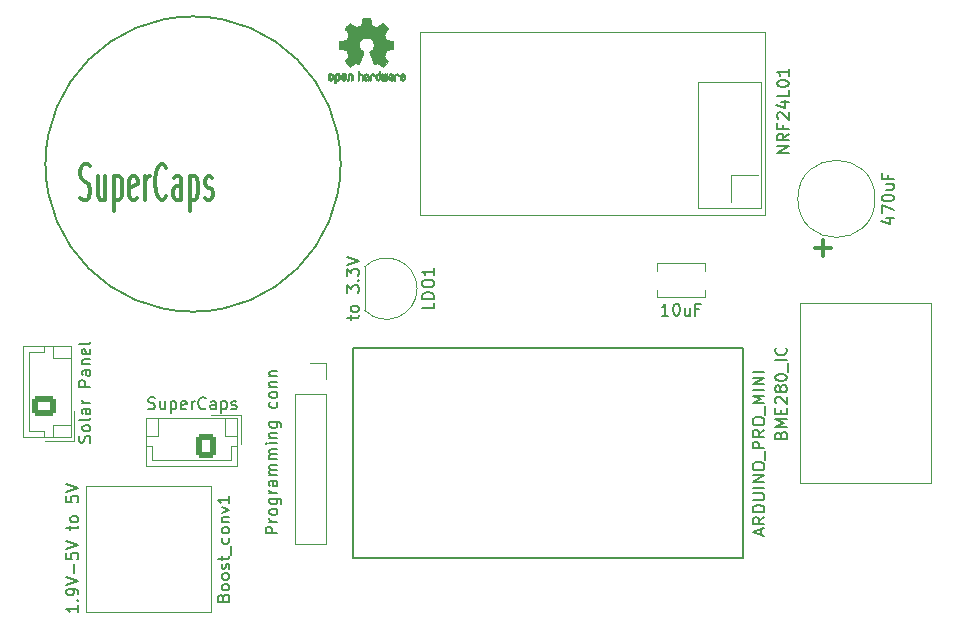
<source format=gto>
G04 #@! TF.GenerationSoftware,KiCad,Pcbnew,(6.0.8-1)-1*
G04 #@! TF.CreationDate,2023-01-08T15:15:57+01:00*
G04 #@! TF.ProjectId,Xarxa_RF,58617278-615f-4524-962e-6b696361645f,rev?*
G04 #@! TF.SameCoordinates,Original*
G04 #@! TF.FileFunction,Legend,Top*
G04 #@! TF.FilePolarity,Positive*
%FSLAX46Y46*%
G04 Gerber Fmt 4.6, Leading zero omitted, Abs format (unit mm)*
G04 Created by KiCad (PCBNEW (6.0.8-1)-1) date 2023-01-08 15:15:57*
%MOMM*%
%LPD*%
G01*
G04 APERTURE LIST*
G04 Aperture macros list*
%AMRoundRect*
0 Rectangle with rounded corners*
0 $1 Rounding radius*
0 $2 $3 $4 $5 $6 $7 $8 $9 X,Y pos of 4 corners*
0 Add a 4 corners polygon primitive as box body*
4,1,4,$2,$3,$4,$5,$6,$7,$8,$9,$2,$3,0*
0 Add four circle primitives for the rounded corners*
1,1,$1+$1,$2,$3*
1,1,$1+$1,$4,$5*
1,1,$1+$1,$6,$7*
1,1,$1+$1,$8,$9*
0 Add four rect primitives between the rounded corners*
20,1,$1+$1,$2,$3,$4,$5,0*
20,1,$1+$1,$4,$5,$6,$7,0*
20,1,$1+$1,$6,$7,$8,$9,0*
20,1,$1+$1,$8,$9,$2,$3,0*%
G04 Aperture macros list end*
%ADD10C,0.200000*%
%ADD11C,0.300000*%
%ADD12C,0.150000*%
%ADD13C,0.010000*%
%ADD14C,0.127000*%
%ADD15C,0.120000*%
%ADD16C,3.200000*%
%ADD17C,1.879600*%
%ADD18C,1.880000*%
%ADD19RoundRect,0.250000X0.750000X-0.600000X0.750000X0.600000X-0.750000X0.600000X-0.750000X-0.600000X0*%
%ADD20O,2.000000X1.700000*%
%ADD21R,1.500000X1.050000*%
%ADD22O,1.500000X1.050000*%
%ADD23RoundRect,0.250000X0.600000X0.750000X-0.600000X0.750000X-0.600000X-0.750000X0.600000X-0.750000X0*%
%ADD24O,1.700000X2.000000*%
%ADD25R,1.700000X1.700000*%
%ADD26O,1.700000X1.700000*%
%ADD27C,1.600000*%
%ADD28R,1.800000X1.800000*%
%ADD29C,1.800000*%
%ADD30C,1.700000*%
G04 APERTURE END LIST*
D10*
X189166480Y-49143012D02*
G75*
G03*
X189166480Y-49143012I-12500000J0D01*
G01*
D11*
X167112857Y-52014285D02*
X167327142Y-52157142D01*
X167684285Y-52157142D01*
X167827142Y-52014285D01*
X167898571Y-51871428D01*
X167970000Y-51585714D01*
X167970000Y-51300000D01*
X167898571Y-51014285D01*
X167827142Y-50871428D01*
X167684285Y-50728571D01*
X167398571Y-50585714D01*
X167255714Y-50442857D01*
X167184285Y-50300000D01*
X167112857Y-50014285D01*
X167112857Y-49728571D01*
X167184285Y-49442857D01*
X167255714Y-49300000D01*
X167398571Y-49157142D01*
X167755714Y-49157142D01*
X167970000Y-49300000D01*
X169255714Y-50157142D02*
X169255714Y-52157142D01*
X168612857Y-50157142D02*
X168612857Y-51728571D01*
X168684285Y-52014285D01*
X168827142Y-52157142D01*
X169041428Y-52157142D01*
X169184285Y-52014285D01*
X169255714Y-51871428D01*
X169970000Y-50157142D02*
X169970000Y-53157142D01*
X169970000Y-50300000D02*
X170112857Y-50157142D01*
X170398571Y-50157142D01*
X170541428Y-50300000D01*
X170612857Y-50442857D01*
X170684285Y-50728571D01*
X170684285Y-51585714D01*
X170612857Y-51871428D01*
X170541428Y-52014285D01*
X170398571Y-52157142D01*
X170112857Y-52157142D01*
X169970000Y-52014285D01*
X171898571Y-52014285D02*
X171755714Y-52157142D01*
X171470000Y-52157142D01*
X171327142Y-52014285D01*
X171255714Y-51728571D01*
X171255714Y-50585714D01*
X171327142Y-50300000D01*
X171470000Y-50157142D01*
X171755714Y-50157142D01*
X171898571Y-50300000D01*
X171970000Y-50585714D01*
X171970000Y-50871428D01*
X171255714Y-51157142D01*
X172612857Y-52157142D02*
X172612857Y-50157142D01*
X172612857Y-50728571D02*
X172684285Y-50442857D01*
X172755714Y-50300000D01*
X172898571Y-50157142D01*
X173041428Y-50157142D01*
X174398571Y-51871428D02*
X174327142Y-52014285D01*
X174112857Y-52157142D01*
X173970000Y-52157142D01*
X173755714Y-52014285D01*
X173612857Y-51728571D01*
X173541428Y-51442857D01*
X173470000Y-50871428D01*
X173470000Y-50442857D01*
X173541428Y-49871428D01*
X173612857Y-49585714D01*
X173755714Y-49300000D01*
X173970000Y-49157142D01*
X174112857Y-49157142D01*
X174327142Y-49300000D01*
X174398571Y-49442857D01*
X175684285Y-52157142D02*
X175684285Y-50585714D01*
X175612857Y-50300000D01*
X175470000Y-50157142D01*
X175184285Y-50157142D01*
X175041428Y-50300000D01*
X175684285Y-52014285D02*
X175541428Y-52157142D01*
X175184285Y-52157142D01*
X175041428Y-52014285D01*
X174970000Y-51728571D01*
X174970000Y-51442857D01*
X175041428Y-51157142D01*
X175184285Y-51014285D01*
X175541428Y-51014285D01*
X175684285Y-50871428D01*
X176398571Y-50157142D02*
X176398571Y-53157142D01*
X176398571Y-50300000D02*
X176541428Y-50157142D01*
X176827142Y-50157142D01*
X176970000Y-50300000D01*
X177041428Y-50442857D01*
X177112857Y-50728571D01*
X177112857Y-51585714D01*
X177041428Y-51871428D01*
X176970000Y-52014285D01*
X176827142Y-52157142D01*
X176541428Y-52157142D01*
X176398571Y-52014285D01*
X177684285Y-52014285D02*
X177827142Y-52157142D01*
X178112857Y-52157142D01*
X178255714Y-52014285D01*
X178327142Y-51728571D01*
X178327142Y-51585714D01*
X178255714Y-51300000D01*
X178112857Y-51157142D01*
X177898571Y-51157142D01*
X177755714Y-51014285D01*
X177684285Y-50728571D01*
X177684285Y-50585714D01*
X177755714Y-50300000D01*
X177898571Y-50157142D01*
X178112857Y-50157142D01*
X178255714Y-50300000D01*
X229286320Y-56264640D02*
X230657749Y-56264640D01*
X229972035Y-56950354D02*
X229972035Y-55578926D01*
D12*
X224750049Y-80504015D02*
X224750049Y-80027825D01*
X225035763Y-80599254D02*
X224035763Y-80265920D01*
X225035763Y-79932587D01*
X225035763Y-79027825D02*
X224559573Y-79361158D01*
X225035763Y-79599254D02*
X224035763Y-79599254D01*
X224035763Y-79218301D01*
X224083383Y-79123063D01*
X224131002Y-79075444D01*
X224226240Y-79027825D01*
X224369097Y-79027825D01*
X224464335Y-79075444D01*
X224511954Y-79123063D01*
X224559573Y-79218301D01*
X224559573Y-79599254D01*
X225035763Y-78599254D02*
X224035763Y-78599254D01*
X224035763Y-78361158D01*
X224083383Y-78218301D01*
X224178621Y-78123063D01*
X224273859Y-78075444D01*
X224464335Y-78027825D01*
X224607192Y-78027825D01*
X224797668Y-78075444D01*
X224892906Y-78123063D01*
X224988144Y-78218301D01*
X225035763Y-78361158D01*
X225035763Y-78599254D01*
X224035763Y-77599254D02*
X224845287Y-77599254D01*
X224940525Y-77551634D01*
X224988144Y-77504015D01*
X225035763Y-77408777D01*
X225035763Y-77218301D01*
X224988144Y-77123063D01*
X224940525Y-77075444D01*
X224845287Y-77027825D01*
X224035763Y-77027825D01*
X225035763Y-76551634D02*
X224035763Y-76551634D01*
X225035763Y-76075444D02*
X224035763Y-76075444D01*
X225035763Y-75504015D01*
X224035763Y-75504015D01*
X224035763Y-74837349D02*
X224035763Y-74646873D01*
X224083383Y-74551634D01*
X224178621Y-74456396D01*
X224369097Y-74408777D01*
X224702430Y-74408777D01*
X224892906Y-74456396D01*
X224988144Y-74551634D01*
X225035763Y-74646873D01*
X225035763Y-74837349D01*
X224988144Y-74932587D01*
X224892906Y-75027825D01*
X224702430Y-75075444D01*
X224369097Y-75075444D01*
X224178621Y-75027825D01*
X224083383Y-74932587D01*
X224035763Y-74837349D01*
X225131002Y-74218301D02*
X225131002Y-73456396D01*
X225035763Y-73218301D02*
X224035763Y-73218301D01*
X224035763Y-72837349D01*
X224083383Y-72742111D01*
X224131002Y-72694492D01*
X224226240Y-72646873D01*
X224369097Y-72646873D01*
X224464335Y-72694492D01*
X224511954Y-72742111D01*
X224559573Y-72837349D01*
X224559573Y-73218301D01*
X225035763Y-71646873D02*
X224559573Y-71980206D01*
X225035763Y-72218301D02*
X224035763Y-72218301D01*
X224035763Y-71837349D01*
X224083383Y-71742111D01*
X224131002Y-71694492D01*
X224226240Y-71646873D01*
X224369097Y-71646873D01*
X224464335Y-71694492D01*
X224511954Y-71742111D01*
X224559573Y-71837349D01*
X224559573Y-72218301D01*
X224035763Y-71027825D02*
X224035763Y-70837349D01*
X224083383Y-70742111D01*
X224178621Y-70646873D01*
X224369097Y-70599254D01*
X224702430Y-70599254D01*
X224892906Y-70646873D01*
X224988144Y-70742111D01*
X225035763Y-70837349D01*
X225035763Y-71027825D01*
X224988144Y-71123063D01*
X224892906Y-71218301D01*
X224702430Y-71265920D01*
X224369097Y-71265920D01*
X224178621Y-71218301D01*
X224083383Y-71123063D01*
X224035763Y-71027825D01*
X225131002Y-70408777D02*
X225131002Y-69646873D01*
X225035763Y-69408777D02*
X224035763Y-69408777D01*
X224750049Y-69075444D01*
X224035763Y-68742111D01*
X225035763Y-68742111D01*
X225035763Y-68265920D02*
X224035763Y-68265920D01*
X225035763Y-67789730D02*
X224035763Y-67789730D01*
X225035763Y-67218301D01*
X224035763Y-67218301D01*
X225035763Y-66742111D02*
X224035763Y-66742111D01*
X226434453Y-72080000D02*
X226482072Y-71937142D01*
X226529691Y-71889523D01*
X226624929Y-71841904D01*
X226767786Y-71841904D01*
X226863024Y-71889523D01*
X226910643Y-71937142D01*
X226958262Y-72032380D01*
X226958262Y-72413333D01*
X225958262Y-72413333D01*
X225958262Y-72080000D01*
X226005882Y-71984761D01*
X226053501Y-71937142D01*
X226148739Y-71889523D01*
X226243977Y-71889523D01*
X226339215Y-71937142D01*
X226386834Y-71984761D01*
X226434453Y-72080000D01*
X226434453Y-72413333D01*
X226958262Y-71413333D02*
X225958262Y-71413333D01*
X226672548Y-71080000D01*
X225958262Y-70746666D01*
X226958262Y-70746666D01*
X226434453Y-70270476D02*
X226434453Y-69937142D01*
X226958262Y-69794285D02*
X226958262Y-70270476D01*
X225958262Y-70270476D01*
X225958262Y-69794285D01*
X226053501Y-69413333D02*
X226005882Y-69365714D01*
X225958262Y-69270476D01*
X225958262Y-69032380D01*
X226005882Y-68937142D01*
X226053501Y-68889523D01*
X226148739Y-68841904D01*
X226243977Y-68841904D01*
X226386834Y-68889523D01*
X226958262Y-69460952D01*
X226958262Y-68841904D01*
X226386834Y-68270476D02*
X226339215Y-68365714D01*
X226291596Y-68413333D01*
X226196358Y-68460952D01*
X226148739Y-68460952D01*
X226053501Y-68413333D01*
X226005882Y-68365714D01*
X225958262Y-68270476D01*
X225958262Y-68080000D01*
X226005882Y-67984761D01*
X226053501Y-67937142D01*
X226148739Y-67889523D01*
X226196358Y-67889523D01*
X226291596Y-67937142D01*
X226339215Y-67984761D01*
X226386834Y-68080000D01*
X226386834Y-68270476D01*
X226434453Y-68365714D01*
X226482072Y-68413333D01*
X226577310Y-68460952D01*
X226767786Y-68460952D01*
X226863024Y-68413333D01*
X226910643Y-68365714D01*
X226958262Y-68270476D01*
X226958262Y-68080000D01*
X226910643Y-67984761D01*
X226863024Y-67937142D01*
X226767786Y-67889523D01*
X226577310Y-67889523D01*
X226482072Y-67937142D01*
X226434453Y-67984761D01*
X226386834Y-68080000D01*
X225958262Y-67270476D02*
X225958262Y-67175238D01*
X226005882Y-67080000D01*
X226053501Y-67032380D01*
X226148739Y-66984761D01*
X226339215Y-66937142D01*
X226577310Y-66937142D01*
X226767786Y-66984761D01*
X226863024Y-67032380D01*
X226910643Y-67080000D01*
X226958262Y-67175238D01*
X226958262Y-67270476D01*
X226910643Y-67365714D01*
X226863024Y-67413333D01*
X226767786Y-67460952D01*
X226577310Y-67508571D01*
X226339215Y-67508571D01*
X226148739Y-67460952D01*
X226053501Y-67413333D01*
X226005882Y-67365714D01*
X225958262Y-67270476D01*
X227053501Y-66746666D02*
X227053501Y-65984761D01*
X226958262Y-65746666D02*
X225958262Y-65746666D01*
X226863024Y-64699047D02*
X226910643Y-64746666D01*
X226958262Y-64889523D01*
X226958262Y-64984761D01*
X226910643Y-65127619D01*
X226815405Y-65222857D01*
X226720167Y-65270476D01*
X226529691Y-65318095D01*
X226386834Y-65318095D01*
X226196358Y-65270476D01*
X226101120Y-65222857D01*
X226005882Y-65127619D01*
X225958262Y-64984761D01*
X225958262Y-64889523D01*
X226005882Y-64746666D01*
X226053501Y-64699047D01*
X167923873Y-72722044D02*
X167971492Y-72579187D01*
X167971492Y-72341091D01*
X167923873Y-72245853D01*
X167876254Y-72198234D01*
X167781016Y-72150615D01*
X167685778Y-72150615D01*
X167590540Y-72198234D01*
X167542921Y-72245853D01*
X167495302Y-72341091D01*
X167447683Y-72531568D01*
X167400064Y-72626806D01*
X167352445Y-72674425D01*
X167257207Y-72722044D01*
X167161969Y-72722044D01*
X167066731Y-72674425D01*
X167019112Y-72626806D01*
X166971492Y-72531568D01*
X166971492Y-72293472D01*
X167019112Y-72150615D01*
X167971492Y-71579187D02*
X167923873Y-71674425D01*
X167876254Y-71722044D01*
X167781016Y-71769663D01*
X167495302Y-71769663D01*
X167400064Y-71722044D01*
X167352445Y-71674425D01*
X167304826Y-71579187D01*
X167304826Y-71436329D01*
X167352445Y-71341091D01*
X167400064Y-71293472D01*
X167495302Y-71245853D01*
X167781016Y-71245853D01*
X167876254Y-71293472D01*
X167923873Y-71341091D01*
X167971492Y-71436329D01*
X167971492Y-71579187D01*
X167971492Y-70674425D02*
X167923873Y-70769663D01*
X167828635Y-70817282D01*
X166971492Y-70817282D01*
X167971492Y-69864901D02*
X167447683Y-69864901D01*
X167352445Y-69912520D01*
X167304826Y-70007758D01*
X167304826Y-70198234D01*
X167352445Y-70293472D01*
X167923873Y-69864901D02*
X167971492Y-69960139D01*
X167971492Y-70198234D01*
X167923873Y-70293472D01*
X167828635Y-70341091D01*
X167733397Y-70341091D01*
X167638159Y-70293472D01*
X167590540Y-70198234D01*
X167590540Y-69960139D01*
X167542921Y-69864901D01*
X167971492Y-69388710D02*
X167304826Y-69388710D01*
X167495302Y-69388710D02*
X167400064Y-69341091D01*
X167352445Y-69293472D01*
X167304826Y-69198234D01*
X167304826Y-69102996D01*
X167971492Y-68007758D02*
X166971492Y-68007758D01*
X166971492Y-67626806D01*
X167019112Y-67531568D01*
X167066731Y-67483949D01*
X167161969Y-67436329D01*
X167304826Y-67436329D01*
X167400064Y-67483949D01*
X167447683Y-67531568D01*
X167495302Y-67626806D01*
X167495302Y-68007758D01*
X167971492Y-66579187D02*
X167447683Y-66579187D01*
X167352445Y-66626806D01*
X167304826Y-66722044D01*
X167304826Y-66912520D01*
X167352445Y-67007758D01*
X167923873Y-66579187D02*
X167971492Y-66674425D01*
X167971492Y-66912520D01*
X167923873Y-67007758D01*
X167828635Y-67055377D01*
X167733397Y-67055377D01*
X167638159Y-67007758D01*
X167590540Y-66912520D01*
X167590540Y-66674425D01*
X167542921Y-66579187D01*
X167304826Y-66102996D02*
X167971492Y-66102996D01*
X167400064Y-66102996D02*
X167352445Y-66055377D01*
X167304826Y-65960139D01*
X167304826Y-65817282D01*
X167352445Y-65722044D01*
X167447683Y-65674425D01*
X167971492Y-65674425D01*
X167923873Y-64817282D02*
X167971492Y-64912520D01*
X167971492Y-65102996D01*
X167923873Y-65198234D01*
X167828635Y-65245853D01*
X167447683Y-65245853D01*
X167352445Y-65198234D01*
X167304826Y-65102996D01*
X167304826Y-64912520D01*
X167352445Y-64817282D01*
X167447683Y-64769663D01*
X167542921Y-64769663D01*
X167638159Y-65245853D01*
X167971492Y-64198234D02*
X167923873Y-64293472D01*
X167828635Y-64341091D01*
X166971492Y-64341091D01*
X197052380Y-60880476D02*
X197052380Y-61356666D01*
X196052380Y-61356666D01*
X197052380Y-60547142D02*
X196052380Y-60547142D01*
X196052380Y-60309047D01*
X196100000Y-60166190D01*
X196195238Y-60070952D01*
X196290476Y-60023333D01*
X196480952Y-59975714D01*
X196623809Y-59975714D01*
X196814285Y-60023333D01*
X196909523Y-60070952D01*
X197004761Y-60166190D01*
X197052380Y-60309047D01*
X197052380Y-60547142D01*
X196052380Y-59356666D02*
X196052380Y-59166190D01*
X196100000Y-59070952D01*
X196195238Y-58975714D01*
X196385714Y-58928095D01*
X196719047Y-58928095D01*
X196909523Y-58975714D01*
X197004761Y-59070952D01*
X197052380Y-59166190D01*
X197052380Y-59356666D01*
X197004761Y-59451904D01*
X196909523Y-59547142D01*
X196719047Y-59594761D01*
X196385714Y-59594761D01*
X196195238Y-59547142D01*
X196100000Y-59451904D01*
X196052380Y-59356666D01*
X197052380Y-57975714D02*
X197052380Y-58547142D01*
X197052380Y-58261428D02*
X196052380Y-58261428D01*
X196195238Y-58356666D01*
X196290476Y-58451904D01*
X196338095Y-58547142D01*
X190035714Y-62332857D02*
X190035714Y-61951904D01*
X189702380Y-62190000D02*
X190559523Y-62190000D01*
X190654761Y-62142380D01*
X190702380Y-62047142D01*
X190702380Y-61951904D01*
X190702380Y-61475714D02*
X190654761Y-61570952D01*
X190607142Y-61618571D01*
X190511904Y-61666190D01*
X190226190Y-61666190D01*
X190130952Y-61618571D01*
X190083333Y-61570952D01*
X190035714Y-61475714D01*
X190035714Y-61332857D01*
X190083333Y-61237619D01*
X190130952Y-61190000D01*
X190226190Y-61142380D01*
X190511904Y-61142380D01*
X190607142Y-61190000D01*
X190654761Y-61237619D01*
X190702380Y-61332857D01*
X190702380Y-61475714D01*
X189702380Y-60047142D02*
X189702380Y-59428095D01*
X190083333Y-59761428D01*
X190083333Y-59618571D01*
X190130952Y-59523333D01*
X190178571Y-59475714D01*
X190273809Y-59428095D01*
X190511904Y-59428095D01*
X190607142Y-59475714D01*
X190654761Y-59523333D01*
X190702380Y-59618571D01*
X190702380Y-59904285D01*
X190654761Y-59999523D01*
X190607142Y-60047142D01*
X190607142Y-58999523D02*
X190654761Y-58951904D01*
X190702380Y-58999523D01*
X190654761Y-59047142D01*
X190607142Y-58999523D01*
X190702380Y-58999523D01*
X189702380Y-58618571D02*
X189702380Y-57999523D01*
X190083333Y-58332857D01*
X190083333Y-58190000D01*
X190130952Y-58094761D01*
X190178571Y-58047142D01*
X190273809Y-57999523D01*
X190511904Y-57999523D01*
X190607142Y-58047142D01*
X190654761Y-58094761D01*
X190702380Y-58190000D01*
X190702380Y-58475714D01*
X190654761Y-58570952D01*
X190607142Y-58618571D01*
X189702380Y-57713809D02*
X190702380Y-57380476D01*
X189702380Y-57047142D01*
X172876150Y-69844791D02*
X173019007Y-69892410D01*
X173257103Y-69892410D01*
X173352341Y-69844791D01*
X173399960Y-69797172D01*
X173447579Y-69701934D01*
X173447579Y-69606696D01*
X173399960Y-69511458D01*
X173352341Y-69463839D01*
X173257103Y-69416220D01*
X173066626Y-69368601D01*
X172971388Y-69320982D01*
X172923769Y-69273363D01*
X172876150Y-69178125D01*
X172876150Y-69082887D01*
X172923769Y-68987649D01*
X172971388Y-68940030D01*
X173066626Y-68892410D01*
X173304722Y-68892410D01*
X173447579Y-68940030D01*
X174304722Y-69225744D02*
X174304722Y-69892410D01*
X173876150Y-69225744D02*
X173876150Y-69749553D01*
X173923769Y-69844791D01*
X174019007Y-69892410D01*
X174161865Y-69892410D01*
X174257103Y-69844791D01*
X174304722Y-69797172D01*
X174780912Y-69225744D02*
X174780912Y-70225744D01*
X174780912Y-69273363D02*
X174876150Y-69225744D01*
X175066626Y-69225744D01*
X175161865Y-69273363D01*
X175209484Y-69320982D01*
X175257103Y-69416220D01*
X175257103Y-69701934D01*
X175209484Y-69797172D01*
X175161865Y-69844791D01*
X175066626Y-69892410D01*
X174876150Y-69892410D01*
X174780912Y-69844791D01*
X176066626Y-69844791D02*
X175971388Y-69892410D01*
X175780912Y-69892410D01*
X175685674Y-69844791D01*
X175638055Y-69749553D01*
X175638055Y-69368601D01*
X175685674Y-69273363D01*
X175780912Y-69225744D01*
X175971388Y-69225744D01*
X176066626Y-69273363D01*
X176114246Y-69368601D01*
X176114246Y-69463839D01*
X175638055Y-69559077D01*
X176542817Y-69892410D02*
X176542817Y-69225744D01*
X176542817Y-69416220D02*
X176590436Y-69320982D01*
X176638055Y-69273363D01*
X176733293Y-69225744D01*
X176828531Y-69225744D01*
X177733293Y-69797172D02*
X177685674Y-69844791D01*
X177542817Y-69892410D01*
X177447579Y-69892410D01*
X177304722Y-69844791D01*
X177209484Y-69749553D01*
X177161865Y-69654315D01*
X177114246Y-69463839D01*
X177114246Y-69320982D01*
X177161865Y-69130506D01*
X177209484Y-69035268D01*
X177304722Y-68940030D01*
X177447579Y-68892410D01*
X177542817Y-68892410D01*
X177685674Y-68940030D01*
X177733293Y-68987649D01*
X178590436Y-69892410D02*
X178590436Y-69368601D01*
X178542817Y-69273363D01*
X178447579Y-69225744D01*
X178257103Y-69225744D01*
X178161865Y-69273363D01*
X178590436Y-69844791D02*
X178495198Y-69892410D01*
X178257103Y-69892410D01*
X178161865Y-69844791D01*
X178114246Y-69749553D01*
X178114246Y-69654315D01*
X178161865Y-69559077D01*
X178257103Y-69511458D01*
X178495198Y-69511458D01*
X178590436Y-69463839D01*
X179066626Y-69225744D02*
X179066626Y-70225744D01*
X179066626Y-69273363D02*
X179161865Y-69225744D01*
X179352341Y-69225744D01*
X179447579Y-69273363D01*
X179495198Y-69320982D01*
X179542817Y-69416220D01*
X179542817Y-69701934D01*
X179495198Y-69797172D01*
X179447579Y-69844791D01*
X179352341Y-69892410D01*
X179161865Y-69892410D01*
X179066626Y-69844791D01*
X179923769Y-69844791D02*
X180019007Y-69892410D01*
X180209484Y-69892410D01*
X180304722Y-69844791D01*
X180352341Y-69749553D01*
X180352341Y-69701934D01*
X180304722Y-69606696D01*
X180209484Y-69559077D01*
X180066626Y-69559077D01*
X179971388Y-69511458D01*
X179923769Y-69416220D01*
X179923769Y-69368601D01*
X179971388Y-69273363D01*
X180066626Y-69225744D01*
X180209484Y-69225744D01*
X180304722Y-69273363D01*
X183807316Y-80424319D02*
X182807316Y-80424319D01*
X182807316Y-80043367D01*
X182854936Y-79948128D01*
X182902555Y-79900509D01*
X182997793Y-79852890D01*
X183140650Y-79852890D01*
X183235888Y-79900509D01*
X183283507Y-79948128D01*
X183331126Y-80043367D01*
X183331126Y-80424319D01*
X183807316Y-79424319D02*
X183140650Y-79424319D01*
X183331126Y-79424319D02*
X183235888Y-79376700D01*
X183188269Y-79329081D01*
X183140650Y-79233843D01*
X183140650Y-79138605D01*
X183807316Y-78662414D02*
X183759697Y-78757652D01*
X183712078Y-78805271D01*
X183616840Y-78852890D01*
X183331126Y-78852890D01*
X183235888Y-78805271D01*
X183188269Y-78757652D01*
X183140650Y-78662414D01*
X183140650Y-78519557D01*
X183188269Y-78424319D01*
X183235888Y-78376700D01*
X183331126Y-78329081D01*
X183616840Y-78329081D01*
X183712078Y-78376700D01*
X183759697Y-78424319D01*
X183807316Y-78519557D01*
X183807316Y-78662414D01*
X183140650Y-77471938D02*
X183950174Y-77471938D01*
X184045412Y-77519557D01*
X184093031Y-77567176D01*
X184140650Y-77662414D01*
X184140650Y-77805271D01*
X184093031Y-77900509D01*
X183759697Y-77471938D02*
X183807316Y-77567176D01*
X183807316Y-77757652D01*
X183759697Y-77852890D01*
X183712078Y-77900509D01*
X183616840Y-77948128D01*
X183331126Y-77948128D01*
X183235888Y-77900509D01*
X183188269Y-77852890D01*
X183140650Y-77757652D01*
X183140650Y-77567176D01*
X183188269Y-77471938D01*
X183807316Y-76995747D02*
X183140650Y-76995747D01*
X183331126Y-76995747D02*
X183235888Y-76948128D01*
X183188269Y-76900509D01*
X183140650Y-76805271D01*
X183140650Y-76710033D01*
X183807316Y-75948128D02*
X183283507Y-75948128D01*
X183188269Y-75995747D01*
X183140650Y-76090986D01*
X183140650Y-76281462D01*
X183188269Y-76376700D01*
X183759697Y-75948128D02*
X183807316Y-76043367D01*
X183807316Y-76281462D01*
X183759697Y-76376700D01*
X183664459Y-76424319D01*
X183569221Y-76424319D01*
X183473983Y-76376700D01*
X183426364Y-76281462D01*
X183426364Y-76043367D01*
X183378745Y-75948128D01*
X183807316Y-75471938D02*
X183140650Y-75471938D01*
X183235888Y-75471938D02*
X183188269Y-75424319D01*
X183140650Y-75329081D01*
X183140650Y-75186224D01*
X183188269Y-75090986D01*
X183283507Y-75043367D01*
X183807316Y-75043367D01*
X183283507Y-75043367D02*
X183188269Y-74995747D01*
X183140650Y-74900509D01*
X183140650Y-74757652D01*
X183188269Y-74662414D01*
X183283507Y-74614795D01*
X183807316Y-74614795D01*
X183807316Y-74138605D02*
X183140650Y-74138605D01*
X183235888Y-74138605D02*
X183188269Y-74090986D01*
X183140650Y-73995747D01*
X183140650Y-73852890D01*
X183188269Y-73757652D01*
X183283507Y-73710033D01*
X183807316Y-73710033D01*
X183283507Y-73710033D02*
X183188269Y-73662414D01*
X183140650Y-73567176D01*
X183140650Y-73424319D01*
X183188269Y-73329081D01*
X183283507Y-73281462D01*
X183807316Y-73281462D01*
X183807316Y-72805271D02*
X183140650Y-72805271D01*
X182807316Y-72805271D02*
X182854936Y-72852890D01*
X182902555Y-72805271D01*
X182854936Y-72757652D01*
X182807316Y-72805271D01*
X182902555Y-72805271D01*
X183140650Y-72329081D02*
X183807316Y-72329081D01*
X183235888Y-72329081D02*
X183188269Y-72281462D01*
X183140650Y-72186224D01*
X183140650Y-72043367D01*
X183188269Y-71948128D01*
X183283507Y-71900509D01*
X183807316Y-71900509D01*
X183140650Y-70995747D02*
X183950174Y-70995747D01*
X184045412Y-71043367D01*
X184093031Y-71090986D01*
X184140650Y-71186224D01*
X184140650Y-71329081D01*
X184093031Y-71424319D01*
X183759697Y-70995747D02*
X183807316Y-71090986D01*
X183807316Y-71281462D01*
X183759697Y-71376700D01*
X183712078Y-71424319D01*
X183616840Y-71471938D01*
X183331126Y-71471938D01*
X183235888Y-71424319D01*
X183188269Y-71376700D01*
X183140650Y-71281462D01*
X183140650Y-71090986D01*
X183188269Y-70995747D01*
X183759697Y-69329081D02*
X183807316Y-69424319D01*
X183807316Y-69614795D01*
X183759697Y-69710033D01*
X183712078Y-69757652D01*
X183616840Y-69805271D01*
X183331126Y-69805271D01*
X183235888Y-69757652D01*
X183188269Y-69710033D01*
X183140650Y-69614795D01*
X183140650Y-69424319D01*
X183188269Y-69329081D01*
X183807316Y-68757652D02*
X183759697Y-68852890D01*
X183712078Y-68900509D01*
X183616840Y-68948128D01*
X183331126Y-68948128D01*
X183235888Y-68900509D01*
X183188269Y-68852890D01*
X183140650Y-68757652D01*
X183140650Y-68614795D01*
X183188269Y-68519557D01*
X183235888Y-68471938D01*
X183331126Y-68424319D01*
X183616840Y-68424319D01*
X183712078Y-68471938D01*
X183759697Y-68519557D01*
X183807316Y-68614795D01*
X183807316Y-68757652D01*
X183140650Y-67995747D02*
X183807316Y-67995747D01*
X183235888Y-67995747D02*
X183188269Y-67948128D01*
X183140650Y-67852890D01*
X183140650Y-67710033D01*
X183188269Y-67614795D01*
X183283507Y-67567176D01*
X183807316Y-67567176D01*
X183140650Y-67090986D02*
X183807316Y-67090986D01*
X183235888Y-67090986D02*
X183188269Y-67043367D01*
X183140650Y-66948128D01*
X183140650Y-66805271D01*
X183188269Y-66710033D01*
X183283507Y-66662414D01*
X183807316Y-66662414D01*
X216919527Y-61976030D02*
X216348098Y-61976030D01*
X216633813Y-61976030D02*
X216633813Y-60976030D01*
X216538575Y-61118888D01*
X216443336Y-61214126D01*
X216348098Y-61261745D01*
X217538575Y-60976030D02*
X217633813Y-60976030D01*
X217729051Y-61023650D01*
X217776670Y-61071269D01*
X217824289Y-61166507D01*
X217871908Y-61356983D01*
X217871908Y-61595078D01*
X217824289Y-61785554D01*
X217776670Y-61880792D01*
X217729051Y-61928411D01*
X217633813Y-61976030D01*
X217538575Y-61976030D01*
X217443336Y-61928411D01*
X217395717Y-61880792D01*
X217348098Y-61785554D01*
X217300479Y-61595078D01*
X217300479Y-61356983D01*
X217348098Y-61166507D01*
X217395717Y-61071269D01*
X217443336Y-61023650D01*
X217538575Y-60976030D01*
X218729051Y-61309364D02*
X218729051Y-61976030D01*
X218300479Y-61309364D02*
X218300479Y-61833173D01*
X218348098Y-61928411D01*
X218443336Y-61976030D01*
X218586194Y-61976030D01*
X218681432Y-61928411D01*
X218729051Y-61880792D01*
X219538575Y-61452221D02*
X219205241Y-61452221D01*
X219205241Y-61976030D02*
X219205241Y-60976030D01*
X219681432Y-60976030D01*
X235325714Y-53732857D02*
X235992380Y-53732857D01*
X234944761Y-53970952D02*
X235659047Y-54209047D01*
X235659047Y-53590000D01*
X234992380Y-53304285D02*
X234992380Y-52637619D01*
X235992380Y-53066190D01*
X234992380Y-52066190D02*
X234992380Y-51970952D01*
X235040000Y-51875714D01*
X235087619Y-51828095D01*
X235182857Y-51780476D01*
X235373333Y-51732857D01*
X235611428Y-51732857D01*
X235801904Y-51780476D01*
X235897142Y-51828095D01*
X235944761Y-51875714D01*
X235992380Y-51970952D01*
X235992380Y-52066190D01*
X235944761Y-52161428D01*
X235897142Y-52209047D01*
X235801904Y-52256666D01*
X235611428Y-52304285D01*
X235373333Y-52304285D01*
X235182857Y-52256666D01*
X235087619Y-52209047D01*
X235040000Y-52161428D01*
X234992380Y-52066190D01*
X235325714Y-50875714D02*
X235992380Y-50875714D01*
X235325714Y-51304285D02*
X235849523Y-51304285D01*
X235944761Y-51256666D01*
X235992380Y-51161428D01*
X235992380Y-51018571D01*
X235944761Y-50923333D01*
X235897142Y-50875714D01*
X235468571Y-50066190D02*
X235468571Y-50399523D01*
X235992380Y-50399523D02*
X234992380Y-50399523D01*
X234992380Y-49923333D01*
X179228108Y-85853850D02*
X179275727Y-85710992D01*
X179323346Y-85663373D01*
X179418584Y-85615754D01*
X179561441Y-85615754D01*
X179656679Y-85663373D01*
X179704298Y-85710992D01*
X179751917Y-85806231D01*
X179751917Y-86187183D01*
X178751917Y-86187183D01*
X178751917Y-85853850D01*
X178799537Y-85758612D01*
X178847156Y-85710992D01*
X178942394Y-85663373D01*
X179037632Y-85663373D01*
X179132870Y-85710992D01*
X179180489Y-85758612D01*
X179228108Y-85853850D01*
X179228108Y-86187183D01*
X179751917Y-85044326D02*
X179704298Y-85139564D01*
X179656679Y-85187183D01*
X179561441Y-85234802D01*
X179275727Y-85234802D01*
X179180489Y-85187183D01*
X179132870Y-85139564D01*
X179085251Y-85044326D01*
X179085251Y-84901469D01*
X179132870Y-84806231D01*
X179180489Y-84758612D01*
X179275727Y-84710992D01*
X179561441Y-84710992D01*
X179656679Y-84758612D01*
X179704298Y-84806231D01*
X179751917Y-84901469D01*
X179751917Y-85044326D01*
X179751917Y-84139564D02*
X179704298Y-84234802D01*
X179656679Y-84282421D01*
X179561441Y-84330040D01*
X179275727Y-84330040D01*
X179180489Y-84282421D01*
X179132870Y-84234802D01*
X179085251Y-84139564D01*
X179085251Y-83996707D01*
X179132870Y-83901469D01*
X179180489Y-83853850D01*
X179275727Y-83806231D01*
X179561441Y-83806231D01*
X179656679Y-83853850D01*
X179704298Y-83901469D01*
X179751917Y-83996707D01*
X179751917Y-84139564D01*
X179704298Y-83425278D02*
X179751917Y-83330040D01*
X179751917Y-83139564D01*
X179704298Y-83044326D01*
X179609060Y-82996707D01*
X179561441Y-82996707D01*
X179466203Y-83044326D01*
X179418584Y-83139564D01*
X179418584Y-83282421D01*
X179370965Y-83377659D01*
X179275727Y-83425278D01*
X179228108Y-83425278D01*
X179132870Y-83377659D01*
X179085251Y-83282421D01*
X179085251Y-83139564D01*
X179132870Y-83044326D01*
X179085251Y-82710992D02*
X179085251Y-82330040D01*
X178751917Y-82568135D02*
X179609060Y-82568135D01*
X179704298Y-82520516D01*
X179751917Y-82425278D01*
X179751917Y-82330040D01*
X179847156Y-82234802D02*
X179847156Y-81472897D01*
X179704298Y-80806231D02*
X179751917Y-80901469D01*
X179751917Y-81091945D01*
X179704298Y-81187183D01*
X179656679Y-81234802D01*
X179561441Y-81282421D01*
X179275727Y-81282421D01*
X179180489Y-81234802D01*
X179132870Y-81187183D01*
X179085251Y-81091945D01*
X179085251Y-80901469D01*
X179132870Y-80806231D01*
X179751917Y-80234802D02*
X179704298Y-80330040D01*
X179656679Y-80377659D01*
X179561441Y-80425278D01*
X179275727Y-80425278D01*
X179180489Y-80377659D01*
X179132870Y-80330040D01*
X179085251Y-80234802D01*
X179085251Y-80091945D01*
X179132870Y-79996707D01*
X179180489Y-79949088D01*
X179275727Y-79901469D01*
X179561441Y-79901469D01*
X179656679Y-79949088D01*
X179704298Y-79996707D01*
X179751917Y-80091945D01*
X179751917Y-80234802D01*
X179085251Y-79472897D02*
X179751917Y-79472897D01*
X179180489Y-79472897D02*
X179132870Y-79425278D01*
X179085251Y-79330040D01*
X179085251Y-79187183D01*
X179132870Y-79091945D01*
X179228108Y-79044326D01*
X179751917Y-79044326D01*
X179085251Y-78663373D02*
X179751917Y-78425278D01*
X179085251Y-78187183D01*
X179751917Y-77282421D02*
X179751917Y-77853850D01*
X179751917Y-77568135D02*
X178751917Y-77568135D01*
X178894775Y-77663373D01*
X178990013Y-77758612D01*
X179037632Y-77853850D01*
X166946816Y-86514209D02*
X166946816Y-87085637D01*
X166946816Y-86799923D02*
X165946816Y-86799923D01*
X166089674Y-86895161D01*
X166184912Y-86990399D01*
X166232531Y-87085637D01*
X166851578Y-86085637D02*
X166899197Y-86038018D01*
X166946816Y-86085637D01*
X166899197Y-86133256D01*
X166851578Y-86085637D01*
X166946816Y-86085637D01*
X166946816Y-85561828D02*
X166946816Y-85371352D01*
X166899197Y-85276114D01*
X166851578Y-85228495D01*
X166708721Y-85133256D01*
X166518245Y-85085637D01*
X166137293Y-85085637D01*
X166042055Y-85133256D01*
X165994436Y-85180875D01*
X165946816Y-85276114D01*
X165946816Y-85466590D01*
X165994436Y-85561828D01*
X166042055Y-85609447D01*
X166137293Y-85657066D01*
X166375388Y-85657066D01*
X166470626Y-85609447D01*
X166518245Y-85561828D01*
X166565864Y-85466590D01*
X166565864Y-85276114D01*
X166518245Y-85180875D01*
X166470626Y-85133256D01*
X166375388Y-85085637D01*
X165946816Y-84799923D02*
X166946816Y-84466590D01*
X165946816Y-84133256D01*
X166565864Y-83799923D02*
X166565864Y-83038018D01*
X165946816Y-82085637D02*
X165946816Y-82561828D01*
X166423007Y-82609447D01*
X166375388Y-82561828D01*
X166327769Y-82466590D01*
X166327769Y-82228495D01*
X166375388Y-82133256D01*
X166423007Y-82085637D01*
X166518245Y-82038018D01*
X166756340Y-82038018D01*
X166851578Y-82085637D01*
X166899197Y-82133256D01*
X166946816Y-82228495D01*
X166946816Y-82466590D01*
X166899197Y-82561828D01*
X166851578Y-82609447D01*
X165946816Y-81752304D02*
X166946816Y-81418971D01*
X165946816Y-81085637D01*
X166280150Y-80133256D02*
X166280150Y-79752304D01*
X165946816Y-79990399D02*
X166803959Y-79990399D01*
X166899197Y-79942780D01*
X166946816Y-79847542D01*
X166946816Y-79752304D01*
X166946816Y-79276114D02*
X166899197Y-79371352D01*
X166851578Y-79418971D01*
X166756340Y-79466590D01*
X166470626Y-79466590D01*
X166375388Y-79418971D01*
X166327769Y-79371352D01*
X166280150Y-79276114D01*
X166280150Y-79133256D01*
X166327769Y-79038018D01*
X166375388Y-78990399D01*
X166470626Y-78942780D01*
X166756340Y-78942780D01*
X166851578Y-78990399D01*
X166899197Y-79038018D01*
X166946816Y-79133256D01*
X166946816Y-79276114D01*
X165946816Y-77276114D02*
X165946816Y-77752304D01*
X166423007Y-77799923D01*
X166375388Y-77752304D01*
X166327769Y-77657066D01*
X166327769Y-77418971D01*
X166375388Y-77323733D01*
X166423007Y-77276114D01*
X166518245Y-77228495D01*
X166756340Y-77228495D01*
X166851578Y-77276114D01*
X166899197Y-77323733D01*
X166946816Y-77418971D01*
X166946816Y-77657066D01*
X166899197Y-77752304D01*
X166851578Y-77799923D01*
X165946816Y-76942780D02*
X166946816Y-76609447D01*
X165946816Y-76276114D01*
X227105458Y-48192536D02*
X226105458Y-48192536D01*
X227105458Y-47621107D01*
X226105458Y-47621107D01*
X227105458Y-46573488D02*
X226629268Y-46906822D01*
X227105458Y-47144917D02*
X226105458Y-47144917D01*
X226105458Y-46763965D01*
X226153078Y-46668727D01*
X226200697Y-46621107D01*
X226295935Y-46573488D01*
X226438792Y-46573488D01*
X226534030Y-46621107D01*
X226581649Y-46668727D01*
X226629268Y-46763965D01*
X226629268Y-47144917D01*
X226581649Y-45811584D02*
X226581649Y-46144917D01*
X227105458Y-46144917D02*
X226105458Y-46144917D01*
X226105458Y-45668727D01*
X226200697Y-45335393D02*
X226153078Y-45287774D01*
X226105458Y-45192536D01*
X226105458Y-44954441D01*
X226153078Y-44859203D01*
X226200697Y-44811584D01*
X226295935Y-44763965D01*
X226391173Y-44763965D01*
X226534030Y-44811584D01*
X227105458Y-45383012D01*
X227105458Y-44763965D01*
X226438792Y-43906822D02*
X227105458Y-43906822D01*
X226057839Y-44144917D02*
X226772125Y-44383012D01*
X226772125Y-43763965D01*
X227105458Y-42906822D02*
X227105458Y-43383012D01*
X226105458Y-43383012D01*
X226105458Y-42383012D02*
X226105458Y-42287774D01*
X226153078Y-42192536D01*
X226200697Y-42144917D01*
X226295935Y-42097298D01*
X226486411Y-42049679D01*
X226724506Y-42049679D01*
X226914982Y-42097298D01*
X227010220Y-42144917D01*
X227057839Y-42192536D01*
X227105458Y-42287774D01*
X227105458Y-42383012D01*
X227057839Y-42478250D01*
X227010220Y-42525869D01*
X226914982Y-42573488D01*
X226724506Y-42621107D01*
X226486411Y-42621107D01*
X226295935Y-42573488D01*
X226200697Y-42525869D01*
X226153078Y-42478250D01*
X226105458Y-42383012D01*
X227105458Y-41097298D02*
X227105458Y-41668727D01*
X227105458Y-41383012D02*
X226105458Y-41383012D01*
X226248316Y-41478250D01*
X226343554Y-41573488D01*
X226391173Y-41668727D01*
G36*
X193122432Y-41487526D02*
G01*
X193124647Y-41525713D01*
X193126383Y-41583749D01*
X193127498Y-41657043D01*
X193127856Y-41733918D01*
X193127856Y-41994059D01*
X193081925Y-42039990D01*
X193050274Y-42068292D01*
X193022489Y-42079756D01*
X192984514Y-42079031D01*
X192969439Y-42077184D01*
X192922325Y-42071811D01*
X192883355Y-42068732D01*
X192873856Y-42068448D01*
X192841832Y-42070308D01*
X192796031Y-42074977D01*
X192778273Y-42077184D01*
X192734656Y-42080598D01*
X192705344Y-42073183D01*
X192676279Y-42050290D01*
X192665787Y-42039990D01*
X192619856Y-41994059D01*
X192619856Y-41507465D01*
X192656825Y-41490621D01*
X192688658Y-41478145D01*
X192707282Y-41473777D01*
X192712057Y-41487581D01*
X192716520Y-41526149D01*
X192720374Y-41585219D01*
X192723321Y-41660526D01*
X192724742Y-41724149D01*
X192728713Y-41974520D01*
X192763358Y-41979419D01*
X192794867Y-41975994D01*
X192810307Y-41964904D01*
X192814622Y-41944171D01*
X192818307Y-41900008D01*
X192821068Y-41838009D01*
X192822611Y-41763772D01*
X192822834Y-41725569D01*
X192823056Y-41505646D01*
X192868765Y-41489712D01*
X192901117Y-41478878D01*
X192918714Y-41473825D01*
X192919222Y-41473777D01*
X192920987Y-41487511D01*
X192922928Y-41525593D01*
X192924881Y-41583345D01*
X192926683Y-41656090D01*
X192927942Y-41724149D01*
X192931913Y-41974520D01*
X193018999Y-41974520D01*
X193022995Y-41746103D01*
X193026991Y-41517685D01*
X193069446Y-41495731D01*
X193100791Y-41480656D01*
X193119343Y-41473814D01*
X193119878Y-41473777D01*
X193122432Y-41487526D01*
G37*
D13*
X193122432Y-41487526D02*
X193124647Y-41525713D01*
X193126383Y-41583749D01*
X193127498Y-41657043D01*
X193127856Y-41733918D01*
X193127856Y-41994059D01*
X193081925Y-42039990D01*
X193050274Y-42068292D01*
X193022489Y-42079756D01*
X192984514Y-42079031D01*
X192969439Y-42077184D01*
X192922325Y-42071811D01*
X192883355Y-42068732D01*
X192873856Y-42068448D01*
X192841832Y-42070308D01*
X192796031Y-42074977D01*
X192778273Y-42077184D01*
X192734656Y-42080598D01*
X192705344Y-42073183D01*
X192676279Y-42050290D01*
X192665787Y-42039990D01*
X192619856Y-41994059D01*
X192619856Y-41507465D01*
X192656825Y-41490621D01*
X192688658Y-41478145D01*
X192707282Y-41473777D01*
X192712057Y-41487581D01*
X192716520Y-41526149D01*
X192720374Y-41585219D01*
X192723321Y-41660526D01*
X192724742Y-41724149D01*
X192728713Y-41974520D01*
X192763358Y-41979419D01*
X192794867Y-41975994D01*
X192810307Y-41964904D01*
X192814622Y-41944171D01*
X192818307Y-41900008D01*
X192821068Y-41838009D01*
X192822611Y-41763772D01*
X192822834Y-41725569D01*
X192823056Y-41505646D01*
X192868765Y-41489712D01*
X192901117Y-41478878D01*
X192918714Y-41473825D01*
X192919222Y-41473777D01*
X192920987Y-41487511D01*
X192922928Y-41525593D01*
X192924881Y-41583345D01*
X192926683Y-41656090D01*
X192927942Y-41724149D01*
X192931913Y-41974520D01*
X193018999Y-41974520D01*
X193022995Y-41746103D01*
X193026991Y-41517685D01*
X193069446Y-41495731D01*
X193100791Y-41480656D01*
X193119343Y-41473814D01*
X193119878Y-41473777D01*
X193122432Y-41487526D01*
G36*
X188079695Y-41637022D02*
G01*
X188084667Y-41600812D01*
X188093312Y-41574162D01*
X188106604Y-41550585D01*
X188109542Y-41546201D01*
X188158912Y-41487112D01*
X188212708Y-41452810D01*
X188278201Y-41439194D01*
X188300441Y-41438528D01*
X188383714Y-41450825D01*
X188451744Y-41486596D01*
X188501950Y-41544164D01*
X188519784Y-41581175D01*
X188533662Y-41636745D01*
X188540766Y-41706959D01*
X188541439Y-41783590D01*
X188536026Y-41858415D01*
X188524869Y-41923205D01*
X188508313Y-41969736D01*
X188503225Y-41977750D01*
X188442954Y-42037570D01*
X188371368Y-42073398D01*
X188293691Y-42083883D01*
X188215147Y-42067673D01*
X188193288Y-42057955D01*
X188150721Y-42028006D01*
X188113362Y-41988296D01*
X188109831Y-41983260D01*
X188095480Y-41958987D01*
X188085993Y-41933041D01*
X188080389Y-41898885D01*
X188077685Y-41849982D01*
X188076898Y-41779798D01*
X188076885Y-41764063D01*
X188076921Y-41759055D01*
X188222028Y-41759055D01*
X188222872Y-41825293D01*
X188226195Y-41869249D01*
X188233182Y-41897642D01*
X188245015Y-41917188D01*
X188251056Y-41923720D01*
X188285785Y-41948543D01*
X188319502Y-41947411D01*
X188353594Y-41925879D01*
X188373928Y-41902892D01*
X188385970Y-41869341D01*
X188392733Y-41816432D01*
X188393197Y-41810262D01*
X188394351Y-41714376D01*
X188382287Y-41643162D01*
X188357169Y-41597057D01*
X188319159Y-41576498D01*
X188305591Y-41575377D01*
X188269963Y-41581015D01*
X188245593Y-41600549D01*
X188230692Y-41637905D01*
X188223474Y-41697013D01*
X188222028Y-41759055D01*
X188076921Y-41759055D01*
X188077425Y-41689276D01*
X188079695Y-41637022D01*
G37*
X188079695Y-41637022D02*
X188084667Y-41600812D01*
X188093312Y-41574162D01*
X188106604Y-41550585D01*
X188109542Y-41546201D01*
X188158912Y-41487112D01*
X188212708Y-41452810D01*
X188278201Y-41439194D01*
X188300441Y-41438528D01*
X188383714Y-41450825D01*
X188451744Y-41486596D01*
X188501950Y-41544164D01*
X188519784Y-41581175D01*
X188533662Y-41636745D01*
X188540766Y-41706959D01*
X188541439Y-41783590D01*
X188536026Y-41858415D01*
X188524869Y-41923205D01*
X188508313Y-41969736D01*
X188503225Y-41977750D01*
X188442954Y-42037570D01*
X188371368Y-42073398D01*
X188293691Y-42083883D01*
X188215147Y-42067673D01*
X188193288Y-42057955D01*
X188150721Y-42028006D01*
X188113362Y-41988296D01*
X188109831Y-41983260D01*
X188095480Y-41958987D01*
X188085993Y-41933041D01*
X188080389Y-41898885D01*
X188077685Y-41849982D01*
X188076898Y-41779798D01*
X188076885Y-41764063D01*
X188076921Y-41759055D01*
X188222028Y-41759055D01*
X188222872Y-41825293D01*
X188226195Y-41869249D01*
X188233182Y-41897642D01*
X188245015Y-41917188D01*
X188251056Y-41923720D01*
X188285785Y-41948543D01*
X188319502Y-41947411D01*
X188353594Y-41925879D01*
X188373928Y-41902892D01*
X188385970Y-41869341D01*
X188392733Y-41816432D01*
X188393197Y-41810262D01*
X188394351Y-41714376D01*
X188382287Y-41643162D01*
X188357169Y-41597057D01*
X188319159Y-41576498D01*
X188305591Y-41575377D01*
X188269963Y-41581015D01*
X188245593Y-41600549D01*
X188230692Y-41637905D01*
X188223474Y-41697013D01*
X188222028Y-41759055D01*
X188076921Y-41759055D01*
X188077425Y-41689276D01*
X188079695Y-41637022D01*
G36*
X194210795Y-41624247D02*
G01*
X194224483Y-41575558D01*
X194246695Y-41539712D01*
X194279173Y-41511376D01*
X194293332Y-41502218D01*
X194357652Y-41478370D01*
X194428072Y-41476869D01*
X194496194Y-41495829D01*
X194553620Y-41533360D01*
X194581318Y-41566959D01*
X194603261Y-41627927D01*
X194605004Y-41676171D01*
X194601056Y-41740679D01*
X194452285Y-41805797D01*
X194379948Y-41839065D01*
X194332683Y-41865827D01*
X194308106Y-41889007D01*
X194303836Y-41911530D01*
X194317488Y-41936318D01*
X194332542Y-41952749D01*
X194376345Y-41979098D01*
X194423988Y-41980944D01*
X194467744Y-41960409D01*
X194499888Y-41919615D01*
X194505637Y-41905210D01*
X194533175Y-41860219D01*
X194564857Y-41841045D01*
X194608313Y-41824642D01*
X194608313Y-41886829D01*
X194604471Y-41929146D01*
X194589422Y-41964832D01*
X194557879Y-42005806D01*
X194553191Y-42011130D01*
X194518105Y-42047583D01*
X194487946Y-42067146D01*
X194450214Y-42076146D01*
X194418934Y-42079093D01*
X194362984Y-42079828D01*
X194323154Y-42070523D01*
X194298307Y-42056709D01*
X194259255Y-42026330D01*
X194232224Y-41993476D01*
X194215116Y-41952157D01*
X194205837Y-41896384D01*
X194202292Y-41820168D01*
X194202009Y-41781485D01*
X194202971Y-41735110D01*
X194290606Y-41735110D01*
X194291622Y-41759989D01*
X194294155Y-41764063D01*
X194310873Y-41758528D01*
X194346848Y-41743880D01*
X194394930Y-41723053D01*
X194404985Y-41718577D01*
X194465751Y-41687677D01*
X194499231Y-41660520D01*
X194506589Y-41635083D01*
X194488990Y-41609344D01*
X194474455Y-41597972D01*
X194422009Y-41575227D01*
X194372921Y-41578985D01*
X194331826Y-41606747D01*
X194303357Y-41656015D01*
X194294230Y-41695120D01*
X194290606Y-41735110D01*
X194202971Y-41735110D01*
X194203884Y-41691112D01*
X194210795Y-41624247D01*
G37*
X194210795Y-41624247D02*
X194224483Y-41575558D01*
X194246695Y-41539712D01*
X194279173Y-41511376D01*
X194293332Y-41502218D01*
X194357652Y-41478370D01*
X194428072Y-41476869D01*
X194496194Y-41495829D01*
X194553620Y-41533360D01*
X194581318Y-41566959D01*
X194603261Y-41627927D01*
X194605004Y-41676171D01*
X194601056Y-41740679D01*
X194452285Y-41805797D01*
X194379948Y-41839065D01*
X194332683Y-41865827D01*
X194308106Y-41889007D01*
X194303836Y-41911530D01*
X194317488Y-41936318D01*
X194332542Y-41952749D01*
X194376345Y-41979098D01*
X194423988Y-41980944D01*
X194467744Y-41960409D01*
X194499888Y-41919615D01*
X194505637Y-41905210D01*
X194533175Y-41860219D01*
X194564857Y-41841045D01*
X194608313Y-41824642D01*
X194608313Y-41886829D01*
X194604471Y-41929146D01*
X194589422Y-41964832D01*
X194557879Y-42005806D01*
X194553191Y-42011130D01*
X194518105Y-42047583D01*
X194487946Y-42067146D01*
X194450214Y-42076146D01*
X194418934Y-42079093D01*
X194362984Y-42079828D01*
X194323154Y-42070523D01*
X194298307Y-42056709D01*
X194259255Y-42026330D01*
X194232224Y-41993476D01*
X194215116Y-41952157D01*
X194205837Y-41896384D01*
X194202292Y-41820168D01*
X194202009Y-41781485D01*
X194202971Y-41735110D01*
X194290606Y-41735110D01*
X194291622Y-41759989D01*
X194294155Y-41764063D01*
X194310873Y-41758528D01*
X194346848Y-41743880D01*
X194394930Y-41723053D01*
X194404985Y-41718577D01*
X194465751Y-41687677D01*
X194499231Y-41660520D01*
X194506589Y-41635083D01*
X194488990Y-41609344D01*
X194474455Y-41597972D01*
X194422009Y-41575227D01*
X194372921Y-41578985D01*
X194331826Y-41606747D01*
X194303357Y-41656015D01*
X194294230Y-41695120D01*
X194290606Y-41735110D01*
X194202971Y-41735110D01*
X194203884Y-41691112D01*
X194210795Y-41624247D01*
G36*
X190058692Y-41456643D02*
G01*
X190105271Y-41483586D01*
X190137656Y-41510329D01*
X190161341Y-41538347D01*
X190177658Y-41572611D01*
X190187938Y-41618090D01*
X190193513Y-41679755D01*
X190195715Y-41762574D01*
X190195970Y-41822109D01*
X190195970Y-42041254D01*
X190134285Y-42068907D01*
X190072599Y-42096560D01*
X190065342Y-41856533D01*
X190062343Y-41766891D01*
X190059197Y-41701825D01*
X190055300Y-41656889D01*
X190050046Y-41627633D01*
X190042830Y-41609611D01*
X190033049Y-41598374D01*
X190029911Y-41595942D01*
X189982360Y-41576946D01*
X189934296Y-41584463D01*
X189905685Y-41604406D01*
X189894046Y-41618538D01*
X189885990Y-41637083D01*
X189880870Y-41665197D01*
X189878040Y-41708036D01*
X189876855Y-41770758D01*
X189876656Y-41836124D01*
X189876617Y-41918131D01*
X189875213Y-41976179D01*
X189870513Y-42015328D01*
X189860586Y-42040643D01*
X189843502Y-42057186D01*
X189817331Y-42070019D01*
X189782374Y-42083354D01*
X189744195Y-42097870D01*
X189748740Y-41840252D01*
X189750570Y-41747382D01*
X189752711Y-41678752D01*
X189755780Y-41629574D01*
X189760393Y-41595061D01*
X189767167Y-41570425D01*
X189776718Y-41550879D01*
X189788233Y-41533633D01*
X189843789Y-41478543D01*
X189911579Y-41446685D01*
X189985312Y-41439054D01*
X190058692Y-41456643D01*
G37*
X190058692Y-41456643D02*
X190105271Y-41483586D01*
X190137656Y-41510329D01*
X190161341Y-41538347D01*
X190177658Y-41572611D01*
X190187938Y-41618090D01*
X190193513Y-41679755D01*
X190195715Y-41762574D01*
X190195970Y-41822109D01*
X190195970Y-42041254D01*
X190134285Y-42068907D01*
X190072599Y-42096560D01*
X190065342Y-41856533D01*
X190062343Y-41766891D01*
X190059197Y-41701825D01*
X190055300Y-41656889D01*
X190050046Y-41627633D01*
X190042830Y-41609611D01*
X190033049Y-41598374D01*
X190029911Y-41595942D01*
X189982360Y-41576946D01*
X189934296Y-41584463D01*
X189905685Y-41604406D01*
X189894046Y-41618538D01*
X189885990Y-41637083D01*
X189880870Y-41665197D01*
X189878040Y-41708036D01*
X189876855Y-41770758D01*
X189876656Y-41836124D01*
X189876617Y-41918131D01*
X189875213Y-41976179D01*
X189870513Y-42015328D01*
X189860586Y-42040643D01*
X189843502Y-42057186D01*
X189817331Y-42070019D01*
X189782374Y-42083354D01*
X189744195Y-42097870D01*
X189748740Y-41840252D01*
X189750570Y-41747382D01*
X189752711Y-41678752D01*
X189755780Y-41629574D01*
X189760393Y-41595061D01*
X189767167Y-41570425D01*
X189776718Y-41550879D01*
X189788233Y-41533633D01*
X189843789Y-41478543D01*
X189911579Y-41446685D01*
X189985312Y-41439054D01*
X190058692Y-41456643D01*
G36*
X193995199Y-41487615D02*
G01*
X194012547Y-41495197D01*
X194053955Y-41527991D01*
X194089364Y-41575410D01*
X194111263Y-41626014D01*
X194114828Y-41650961D01*
X194102878Y-41685790D01*
X194076666Y-41704220D01*
X194048563Y-41715379D01*
X194035694Y-41717435D01*
X194029428Y-41702512D01*
X194017055Y-41670038D01*
X194011627Y-41655365D01*
X193981189Y-41604607D01*
X193937119Y-41579290D01*
X193880609Y-41580069D01*
X193876424Y-41581066D01*
X193846254Y-41595370D01*
X193824075Y-41623256D01*
X193808926Y-41668150D01*
X193799849Y-41733478D01*
X193795885Y-41822667D01*
X193795513Y-41870124D01*
X193795329Y-41944934D01*
X193794121Y-41995932D01*
X193790908Y-42028334D01*
X193784708Y-42047358D01*
X193774539Y-42058219D01*
X193759418Y-42066135D01*
X193758545Y-42066533D01*
X193729427Y-42078844D01*
X193715002Y-42083377D01*
X193712785Y-42069672D01*
X193710888Y-42031788D01*
X193709446Y-41974578D01*
X193708597Y-41902890D01*
X193708428Y-41850428D01*
X193709291Y-41748910D01*
X193712669Y-41671895D01*
X193719741Y-41614886D01*
X193731687Y-41573389D01*
X193749689Y-41542906D01*
X193774926Y-41518943D01*
X193799846Y-41502218D01*
X193859770Y-41479960D01*
X193929510Y-41474939D01*
X193995199Y-41487615D01*
G37*
X193995199Y-41487615D02*
X194012547Y-41495197D01*
X194053955Y-41527991D01*
X194089364Y-41575410D01*
X194111263Y-41626014D01*
X194114828Y-41650961D01*
X194102878Y-41685790D01*
X194076666Y-41704220D01*
X194048563Y-41715379D01*
X194035694Y-41717435D01*
X194029428Y-41702512D01*
X194017055Y-41670038D01*
X194011627Y-41655365D01*
X193981189Y-41604607D01*
X193937119Y-41579290D01*
X193880609Y-41580069D01*
X193876424Y-41581066D01*
X193846254Y-41595370D01*
X193824075Y-41623256D01*
X193808926Y-41668150D01*
X193799849Y-41733478D01*
X193795885Y-41822667D01*
X193795513Y-41870124D01*
X193795329Y-41944934D01*
X193794121Y-41995932D01*
X193790908Y-42028334D01*
X193784708Y-42047358D01*
X193774539Y-42058219D01*
X193759418Y-42066135D01*
X193758545Y-42066533D01*
X193729427Y-42078844D01*
X193715002Y-42083377D01*
X193712785Y-42069672D01*
X193710888Y-42031788D01*
X193709446Y-41974578D01*
X193708597Y-41902890D01*
X193708428Y-41850428D01*
X193709291Y-41748910D01*
X193712669Y-41671895D01*
X193719741Y-41614886D01*
X193731687Y-41573389D01*
X193749689Y-41542906D01*
X193774926Y-41518943D01*
X193799846Y-41502218D01*
X193859770Y-41479960D01*
X193929510Y-41474939D01*
X193995199Y-41487615D01*
G36*
X192127325Y-41618949D02*
G01*
X192149734Y-41567463D01*
X192184723Y-41527306D01*
X192211974Y-41506724D01*
X192261506Y-41484488D01*
X192318915Y-41474167D01*
X192372281Y-41476930D01*
X192402142Y-41488075D01*
X192413860Y-41491246D01*
X192421636Y-41479420D01*
X192427064Y-41447729D01*
X192431170Y-41399456D01*
X192435666Y-41345692D01*
X192441912Y-41313345D01*
X192453275Y-41294848D01*
X192473127Y-41282633D01*
X192485599Y-41277225D01*
X192532770Y-41257464D01*
X192532716Y-41594221D01*
X192532532Y-41702700D01*
X192531818Y-41786150D01*
X192530274Y-41848567D01*
X192527600Y-41893948D01*
X192523493Y-41926292D01*
X192517654Y-41949596D01*
X192509781Y-41967858D01*
X192503820Y-41978281D01*
X192454454Y-42034808D01*
X192391863Y-42070240D01*
X192322612Y-42082953D01*
X192253267Y-42071326D01*
X192211974Y-42050431D01*
X192168624Y-42014285D01*
X192139080Y-41970139D01*
X192121254Y-41912325D01*
X192113062Y-41835176D01*
X192111901Y-41778577D01*
X192112057Y-41774510D01*
X192213456Y-41774510D01*
X192214075Y-41839413D01*
X192216913Y-41882377D01*
X192223439Y-41910485D01*
X192235122Y-41930816D01*
X192249082Y-41946151D01*
X192295964Y-41975753D01*
X192346300Y-41978282D01*
X192393875Y-41953568D01*
X192397578Y-41950219D01*
X192413382Y-41932798D01*
X192423292Y-41912072D01*
X192428657Y-41881225D01*
X192430827Y-41833440D01*
X192431170Y-41780611D01*
X192430426Y-41714244D01*
X192427347Y-41669969D01*
X192420660Y-41640872D01*
X192409095Y-41620036D01*
X192399612Y-41608970D01*
X192355559Y-41581061D01*
X192304823Y-41577706D01*
X192256395Y-41599022D01*
X192247049Y-41606936D01*
X192231139Y-41624510D01*
X192221209Y-41645450D01*
X192215877Y-41676645D01*
X192213762Y-41724985D01*
X192213456Y-41774510D01*
X192112057Y-41774510D01*
X192115409Y-41687431D01*
X192127325Y-41618949D01*
G37*
X192127325Y-41618949D02*
X192149734Y-41567463D01*
X192184723Y-41527306D01*
X192211974Y-41506724D01*
X192261506Y-41484488D01*
X192318915Y-41474167D01*
X192372281Y-41476930D01*
X192402142Y-41488075D01*
X192413860Y-41491246D01*
X192421636Y-41479420D01*
X192427064Y-41447729D01*
X192431170Y-41399456D01*
X192435666Y-41345692D01*
X192441912Y-41313345D01*
X192453275Y-41294848D01*
X192473127Y-41282633D01*
X192485599Y-41277225D01*
X192532770Y-41257464D01*
X192532716Y-41594221D01*
X192532532Y-41702700D01*
X192531818Y-41786150D01*
X192530274Y-41848567D01*
X192527600Y-41893948D01*
X192523493Y-41926292D01*
X192517654Y-41949596D01*
X192509781Y-41967858D01*
X192503820Y-41978281D01*
X192454454Y-42034808D01*
X192391863Y-42070240D01*
X192322612Y-42082953D01*
X192253267Y-42071326D01*
X192211974Y-42050431D01*
X192168624Y-42014285D01*
X192139080Y-41970139D01*
X192121254Y-41912325D01*
X192113062Y-41835176D01*
X192111901Y-41778577D01*
X192112057Y-41774510D01*
X192213456Y-41774510D01*
X192214075Y-41839413D01*
X192216913Y-41882377D01*
X192223439Y-41910485D01*
X192235122Y-41930816D01*
X192249082Y-41946151D01*
X192295964Y-41975753D01*
X192346300Y-41978282D01*
X192393875Y-41953568D01*
X192397578Y-41950219D01*
X192413382Y-41932798D01*
X192423292Y-41912072D01*
X192428657Y-41881225D01*
X192430827Y-41833440D01*
X192431170Y-41780611D01*
X192430426Y-41714244D01*
X192427347Y-41669969D01*
X192420660Y-41640872D01*
X192409095Y-41620036D01*
X192399612Y-41608970D01*
X192355559Y-41581061D01*
X192304823Y-41577706D01*
X192256395Y-41599022D01*
X192247049Y-41606936D01*
X192231139Y-41624510D01*
X192221209Y-41645450D01*
X192215877Y-41676645D01*
X192213762Y-41724985D01*
X192213456Y-41774510D01*
X192112057Y-41774510D01*
X192115409Y-41687431D01*
X192127325Y-41618949D01*
G36*
X190718485Y-41380152D02*
G01*
X190722738Y-41439476D01*
X190727624Y-41474435D01*
X190734394Y-41489683D01*
X190744301Y-41489878D01*
X190747513Y-41488058D01*
X190790243Y-41474878D01*
X190845826Y-41475648D01*
X190902336Y-41489196D01*
X190937681Y-41506724D01*
X190973920Y-41534724D01*
X191000412Y-41566412D01*
X191018598Y-41606676D01*
X191029921Y-41660406D01*
X191035821Y-41732489D01*
X191037742Y-41827814D01*
X191037776Y-41846100D01*
X191037799Y-42051509D01*
X190992090Y-42067443D01*
X190959626Y-42078283D01*
X190941814Y-42083331D01*
X190941290Y-42083377D01*
X190939536Y-42069691D01*
X190938043Y-42031939D01*
X190936925Y-41975087D01*
X190936296Y-41904097D01*
X190936199Y-41860936D01*
X190935997Y-41775836D01*
X190934957Y-41714844D01*
X190932430Y-41673040D01*
X190927763Y-41645505D01*
X190920306Y-41627319D01*
X190909410Y-41613561D01*
X190902606Y-41606936D01*
X190855871Y-41580238D01*
X190804871Y-41578238D01*
X190758600Y-41600818D01*
X190750043Y-41608970D01*
X190737492Y-41624299D01*
X190728787Y-41642481D01*
X190723230Y-41668772D01*
X190720125Y-41708425D01*
X190718775Y-41766695D01*
X190718485Y-41847036D01*
X190718485Y-42051509D01*
X190672776Y-42067443D01*
X190640312Y-42078283D01*
X190622500Y-42083331D01*
X190621976Y-42083377D01*
X190620636Y-42069486D01*
X190619427Y-42030302D01*
X190618400Y-41969563D01*
X190617601Y-41891004D01*
X190617080Y-41798361D01*
X190616885Y-41695372D01*
X190616885Y-41298205D01*
X190664056Y-41278307D01*
X190711228Y-41258410D01*
X190718485Y-41380152D01*
G37*
X190718485Y-41380152D02*
X190722738Y-41439476D01*
X190727624Y-41474435D01*
X190734394Y-41489683D01*
X190744301Y-41489878D01*
X190747513Y-41488058D01*
X190790243Y-41474878D01*
X190845826Y-41475648D01*
X190902336Y-41489196D01*
X190937681Y-41506724D01*
X190973920Y-41534724D01*
X191000412Y-41566412D01*
X191018598Y-41606676D01*
X191029921Y-41660406D01*
X191035821Y-41732489D01*
X191037742Y-41827814D01*
X191037776Y-41846100D01*
X191037799Y-42051509D01*
X190992090Y-42067443D01*
X190959626Y-42078283D01*
X190941814Y-42083331D01*
X190941290Y-42083377D01*
X190939536Y-42069691D01*
X190938043Y-42031939D01*
X190936925Y-41975087D01*
X190936296Y-41904097D01*
X190936199Y-41860936D01*
X190935997Y-41775836D01*
X190934957Y-41714844D01*
X190932430Y-41673040D01*
X190927763Y-41645505D01*
X190920306Y-41627319D01*
X190909410Y-41613561D01*
X190902606Y-41606936D01*
X190855871Y-41580238D01*
X190804871Y-41578238D01*
X190758600Y-41600818D01*
X190750043Y-41608970D01*
X190737492Y-41624299D01*
X190728787Y-41642481D01*
X190723230Y-41668772D01*
X190720125Y-41708425D01*
X190718775Y-41766695D01*
X190718485Y-41847036D01*
X190718485Y-42051509D01*
X190672776Y-42067443D01*
X190640312Y-42078283D01*
X190622500Y-42083331D01*
X190621976Y-42083377D01*
X190620636Y-42069486D01*
X190619427Y-42030302D01*
X190618400Y-41969563D01*
X190617601Y-41891004D01*
X190617080Y-41798361D01*
X190616885Y-41695372D01*
X190616885Y-41298205D01*
X190664056Y-41278307D01*
X190711228Y-41258410D01*
X190718485Y-41380152D01*
G36*
X191382343Y-41479831D02*
G01*
X191439215Y-41500950D01*
X191439866Y-41501356D01*
X191475039Y-41527243D01*
X191501006Y-41557496D01*
X191519269Y-41596921D01*
X191531331Y-41650325D01*
X191538695Y-41722514D01*
X191542863Y-41818295D01*
X191543228Y-41831941D01*
X191548475Y-42037705D01*
X191504315Y-42060541D01*
X191472362Y-42075973D01*
X191453069Y-42083286D01*
X191452177Y-42083377D01*
X191448838Y-42069885D01*
X191446186Y-42033489D01*
X191444555Y-41980315D01*
X191444199Y-41937256D01*
X191444191Y-41867504D01*
X191441002Y-41823700D01*
X191429887Y-41802807D01*
X191406100Y-41801788D01*
X191364895Y-41817604D01*
X191302685Y-41846678D01*
X191256940Y-41870826D01*
X191233412Y-41891776D01*
X191226495Y-41914610D01*
X191226485Y-41915740D01*
X191237898Y-41955075D01*
X191271691Y-41976325D01*
X191323408Y-41979402D01*
X191360660Y-41978869D01*
X191380302Y-41989598D01*
X191392551Y-42015368D01*
X191399601Y-42048200D01*
X191389441Y-42066829D01*
X191385616Y-42069495D01*
X191349600Y-42080203D01*
X191299165Y-42081719D01*
X191247225Y-42074622D01*
X191210421Y-42061651D01*
X191159537Y-42018448D01*
X191130613Y-41958309D01*
X191124885Y-41911325D01*
X191129256Y-41868945D01*
X191145074Y-41834351D01*
X191176396Y-41803626D01*
X191227277Y-41772853D01*
X191301775Y-41738115D01*
X191306313Y-41736151D01*
X191373420Y-41705150D01*
X191414831Y-41679725D01*
X191432580Y-41656877D01*
X191428706Y-41633608D01*
X191405242Y-41606919D01*
X191398226Y-41600777D01*
X191351229Y-41576963D01*
X191302532Y-41577966D01*
X191260121Y-41601314D01*
X191231983Y-41644538D01*
X191229368Y-41653023D01*
X191203907Y-41694171D01*
X191171600Y-41713991D01*
X191124885Y-41733633D01*
X191124885Y-41682813D01*
X191139095Y-41608945D01*
X191181274Y-41541190D01*
X191203223Y-41518524D01*
X191253116Y-41489432D01*
X191316566Y-41476263D01*
X191382343Y-41479831D01*
G37*
X191382343Y-41479831D02*
X191439215Y-41500950D01*
X191439866Y-41501356D01*
X191475039Y-41527243D01*
X191501006Y-41557496D01*
X191519269Y-41596921D01*
X191531331Y-41650325D01*
X191538695Y-41722514D01*
X191542863Y-41818295D01*
X191543228Y-41831941D01*
X191548475Y-42037705D01*
X191504315Y-42060541D01*
X191472362Y-42075973D01*
X191453069Y-42083286D01*
X191452177Y-42083377D01*
X191448838Y-42069885D01*
X191446186Y-42033489D01*
X191444555Y-41980315D01*
X191444199Y-41937256D01*
X191444191Y-41867504D01*
X191441002Y-41823700D01*
X191429887Y-41802807D01*
X191406100Y-41801788D01*
X191364895Y-41817604D01*
X191302685Y-41846678D01*
X191256940Y-41870826D01*
X191233412Y-41891776D01*
X191226495Y-41914610D01*
X191226485Y-41915740D01*
X191237898Y-41955075D01*
X191271691Y-41976325D01*
X191323408Y-41979402D01*
X191360660Y-41978869D01*
X191380302Y-41989598D01*
X191392551Y-42015368D01*
X191399601Y-42048200D01*
X191389441Y-42066829D01*
X191385616Y-42069495D01*
X191349600Y-42080203D01*
X191299165Y-42081719D01*
X191247225Y-42074622D01*
X191210421Y-42061651D01*
X191159537Y-42018448D01*
X191130613Y-41958309D01*
X191124885Y-41911325D01*
X191129256Y-41868945D01*
X191145074Y-41834351D01*
X191176396Y-41803626D01*
X191227277Y-41772853D01*
X191301775Y-41738115D01*
X191306313Y-41736151D01*
X191373420Y-41705150D01*
X191414831Y-41679725D01*
X191432580Y-41656877D01*
X191428706Y-41633608D01*
X191405242Y-41606919D01*
X191398226Y-41600777D01*
X191351229Y-41576963D01*
X191302532Y-41577966D01*
X191260121Y-41601314D01*
X191231983Y-41644538D01*
X191229368Y-41653023D01*
X191203907Y-41694171D01*
X191171600Y-41713991D01*
X191124885Y-41733633D01*
X191124885Y-41682813D01*
X191139095Y-41608945D01*
X191181274Y-41541190D01*
X191203223Y-41518524D01*
X191253116Y-41489432D01*
X191316566Y-41476263D01*
X191382343Y-41479831D01*
G36*
X191446509Y-36771211D02*
G01*
X191525053Y-36771641D01*
X191581897Y-36772805D01*
X191620704Y-36775070D01*
X191645137Y-36778803D01*
X191658861Y-36784369D01*
X191665539Y-36792136D01*
X191668835Y-36802468D01*
X191669155Y-36803806D01*
X191674161Y-36827942D01*
X191683428Y-36875564D01*
X191695991Y-36941604D01*
X191710886Y-37020991D01*
X191727150Y-37108659D01*
X191727718Y-37111738D01*
X191744009Y-37197652D01*
X191759251Y-37273559D01*
X191772460Y-37334908D01*
X191782653Y-37377145D01*
X191788847Y-37395718D01*
X191789142Y-37396047D01*
X191807387Y-37405116D01*
X191845004Y-37420230D01*
X191893870Y-37438125D01*
X191894142Y-37438221D01*
X191955692Y-37461356D01*
X192028256Y-37490828D01*
X192096656Y-37520460D01*
X192099893Y-37521925D01*
X192211301Y-37572489D01*
X192457998Y-37404023D01*
X192533676Y-37352666D01*
X192602230Y-37306752D01*
X192659687Y-37268893D01*
X192702075Y-37241700D01*
X192725424Y-37227784D01*
X192727641Y-37226752D01*
X192744609Y-37231347D01*
X192776300Y-37253518D01*
X192823951Y-37294310D01*
X192888797Y-37354768D01*
X192954996Y-37419090D01*
X193018813Y-37482475D01*
X193075928Y-37540314D01*
X193122904Y-37589038D01*
X193156302Y-37625073D01*
X193172684Y-37644847D01*
X193173293Y-37645865D01*
X193175104Y-37659435D01*
X193168282Y-37681596D01*
X193151139Y-37715341D01*
X193121992Y-37763663D01*
X193079154Y-37829555D01*
X193022047Y-37914380D01*
X192971365Y-37989040D01*
X192926060Y-38056003D01*
X192888749Y-38111379D01*
X192862051Y-38151283D01*
X192848584Y-38171825D01*
X192847736Y-38173219D01*
X192849380Y-38192901D01*
X192861844Y-38231156D01*
X192882647Y-38280752D01*
X192890061Y-38296591D01*
X192922413Y-38367153D01*
X192956927Y-38447216D01*
X192984964Y-38516492D01*
X193005167Y-38567908D01*
X193021214Y-38606982D01*
X193030487Y-38627404D01*
X193031640Y-38628977D01*
X193048695Y-38631584D01*
X193088897Y-38638726D01*
X193146901Y-38649386D01*
X193217362Y-38662548D01*
X193294934Y-38677196D01*
X193374271Y-38692312D01*
X193450030Y-38706881D01*
X193516863Y-38719885D01*
X193569427Y-38730308D01*
X193602375Y-38737133D01*
X193610456Y-38739062D01*
X193618804Y-38743825D01*
X193625105Y-38754581D01*
X193629644Y-38774961D01*
X193632703Y-38808597D01*
X193634566Y-38859118D01*
X193635517Y-38930155D01*
X193635839Y-39025339D01*
X193635856Y-39064355D01*
X193635856Y-39381662D01*
X193559656Y-39396702D01*
X193517262Y-39404858D01*
X193453999Y-39416762D01*
X193377561Y-39430979D01*
X193295642Y-39446073D01*
X193272999Y-39450218D01*
X193197405Y-39464916D01*
X193131552Y-39479368D01*
X193080965Y-39492238D01*
X193051173Y-39502185D01*
X193046211Y-39505150D01*
X193034025Y-39526146D01*
X193016552Y-39566830D01*
X192997176Y-39619185D01*
X192993333Y-39630463D01*
X192967938Y-39700386D01*
X192936416Y-39779281D01*
X192905568Y-39850129D01*
X192905416Y-39850458D01*
X192854046Y-39961596D01*
X193022998Y-40210116D01*
X193191951Y-40458635D01*
X192975028Y-40675921D01*
X192909418Y-40740589D01*
X192849578Y-40797596D01*
X192798866Y-40843896D01*
X192760645Y-40876447D01*
X192738274Y-40892206D01*
X192735065Y-40893206D01*
X192716225Y-40885332D01*
X192677779Y-40863441D01*
X192623929Y-40830130D01*
X192558875Y-40787994D01*
X192488539Y-40740806D01*
X192417154Y-40692673D01*
X192353507Y-40650791D01*
X192301640Y-40617734D01*
X192265594Y-40596081D01*
X192249466Y-40588406D01*
X192229788Y-40594900D01*
X192192474Y-40612013D01*
X192145220Y-40636189D01*
X192140211Y-40638876D01*
X192076576Y-40670790D01*
X192032940Y-40686442D01*
X192005801Y-40686608D01*
X191991656Y-40672067D01*
X191991574Y-40671863D01*
X191984504Y-40654642D01*
X191967641Y-40613762D01*
X191942294Y-40552388D01*
X191909770Y-40473682D01*
X191871377Y-40380810D01*
X191828421Y-40276935D01*
X191786821Y-40176365D01*
X191741103Y-40065379D01*
X191699125Y-39962566D01*
X191662147Y-39871078D01*
X191631426Y-39794064D01*
X191608221Y-39734678D01*
X191593789Y-39696072D01*
X191589342Y-39681663D01*
X191600495Y-39665135D01*
X191629668Y-39638793D01*
X191668570Y-39609750D01*
X191779356Y-39517902D01*
X191865950Y-39412622D01*
X191927315Y-39296129D01*
X191962414Y-39170639D01*
X191970207Y-39038370D01*
X191964542Y-38977320D01*
X191933677Y-38850658D01*
X191880519Y-38738804D01*
X191808366Y-38642864D01*
X191720516Y-38563939D01*
X191620264Y-38503133D01*
X191510909Y-38461550D01*
X191395746Y-38440291D01*
X191278074Y-38440462D01*
X191161189Y-38463164D01*
X191048388Y-38509501D01*
X190942968Y-38580576D01*
X190898967Y-38620774D01*
X190814578Y-38723992D01*
X190755821Y-38836788D01*
X190722303Y-38955873D01*
X190713634Y-39077958D01*
X190729422Y-39199756D01*
X190769277Y-39317979D01*
X190832806Y-39429338D01*
X190919620Y-39530547D01*
X191016628Y-39609750D01*
X191057036Y-39640025D01*
X191085581Y-39666082D01*
X191095856Y-39681688D01*
X191090476Y-39698706D01*
X191075174Y-39739363D01*
X191051211Y-39800505D01*
X191019843Y-39878982D01*
X190982331Y-39971643D01*
X190939932Y-40075335D01*
X190898262Y-40176389D01*
X190852289Y-40287470D01*
X190809706Y-40390404D01*
X190771820Y-40482028D01*
X190739939Y-40559179D01*
X190715370Y-40618694D01*
X190699419Y-40657407D01*
X190693509Y-40671863D01*
X190679547Y-40686548D01*
X190652539Y-40686505D01*
X190609012Y-40670962D01*
X190545489Y-40639147D01*
X190544987Y-40638876D01*
X190497159Y-40614186D01*
X190458496Y-40596201D01*
X190436694Y-40588477D01*
X190435732Y-40588406D01*
X190419320Y-40596241D01*
X190383086Y-40618028D01*
X190331073Y-40651191D01*
X190267324Y-40693154D01*
X190196659Y-40740806D01*
X190124715Y-40789054D01*
X190059873Y-40831014D01*
X190006334Y-40864090D01*
X189968296Y-40885684D01*
X189950132Y-40893206D01*
X189933407Y-40883320D01*
X189899779Y-40855689D01*
X189852609Y-40813358D01*
X189795257Y-40759368D01*
X189731083Y-40696762D01*
X189710096Y-40675846D01*
X189493098Y-40458486D01*
X189658267Y-40216083D01*
X189708463Y-40141644D01*
X189752518Y-40074835D01*
X189787961Y-40019528D01*
X189812318Y-39979592D01*
X189823121Y-39958899D01*
X189823437Y-39957426D01*
X189817742Y-39937921D01*
X189802425Y-39898685D01*
X189780136Y-39846293D01*
X189764492Y-39811218D01*
X189735240Y-39744064D01*
X189707693Y-39676221D01*
X189686336Y-39618897D01*
X189680534Y-39601435D01*
X189664051Y-39554801D01*
X189647939Y-39518768D01*
X189639089Y-39505150D01*
X189619559Y-39496815D01*
X189576933Y-39485000D01*
X189516744Y-39471044D01*
X189444521Y-39456285D01*
X189412199Y-39450218D01*
X189330121Y-39435136D01*
X189251394Y-39420532D01*
X189183708Y-39407843D01*
X189134759Y-39398505D01*
X189125542Y-39396702D01*
X189049342Y-39381662D01*
X189049342Y-39064355D01*
X189049513Y-38960017D01*
X189050215Y-38881076D01*
X189051733Y-38823901D01*
X189054348Y-38784862D01*
X189058345Y-38760328D01*
X189064008Y-38746668D01*
X189071619Y-38740252D01*
X189074742Y-38739062D01*
X189093577Y-38734843D01*
X189135187Y-38726425D01*
X189194229Y-38714824D01*
X189265356Y-38701058D01*
X189343224Y-38686143D01*
X189422486Y-38671095D01*
X189497797Y-38656932D01*
X189563812Y-38644669D01*
X189615186Y-38635324D01*
X189646574Y-38629913D01*
X189653558Y-38628977D01*
X189659884Y-38616459D01*
X189673889Y-38583109D01*
X189692954Y-38535240D01*
X189700233Y-38516492D01*
X189729595Y-38444058D01*
X189764170Y-38364033D01*
X189795136Y-38296591D01*
X189817922Y-38245022D01*
X189833081Y-38202648D01*
X189838141Y-38176697D01*
X189837335Y-38173219D01*
X189826640Y-38156799D01*
X189802219Y-38120280D01*
X189766694Y-38067550D01*
X189722686Y-38002498D01*
X189672816Y-37929014D01*
X189662955Y-37914508D01*
X189605091Y-37828567D01*
X189562555Y-37763124D01*
X189533653Y-37715167D01*
X189516689Y-37681683D01*
X189509966Y-37659658D01*
X189511789Y-37646080D01*
X189511835Y-37645994D01*
X189526185Y-37628160D01*
X189557922Y-37593680D01*
X189603609Y-37546131D01*
X189659803Y-37489085D01*
X189723067Y-37426118D01*
X189730201Y-37419090D01*
X189809929Y-37341883D01*
X189871456Y-37285193D01*
X189916020Y-37247973D01*
X189944856Y-37229178D01*
X189957557Y-37226752D01*
X189976093Y-37237334D01*
X190014560Y-37261779D01*
X190068985Y-37297475D01*
X190135397Y-37341810D01*
X190209824Y-37392174D01*
X190227200Y-37404023D01*
X190473896Y-37572489D01*
X190585305Y-37521925D01*
X190653056Y-37492458D01*
X190725782Y-37462822D01*
X190788302Y-37439193D01*
X190791056Y-37438221D01*
X190839959Y-37420320D01*
X190877656Y-37405183D01*
X190896024Y-37396073D01*
X190896055Y-37396047D01*
X190901884Y-37379580D01*
X190911791Y-37339082D01*
X190924794Y-37279105D01*
X190939908Y-37204203D01*
X190956151Y-37118927D01*
X190957480Y-37111738D01*
X190973774Y-37023877D01*
X190988732Y-36944123D01*
X191001390Y-36877544D01*
X191010785Y-36829210D01*
X191015953Y-36804188D01*
X191016043Y-36803806D01*
X191019188Y-36793162D01*
X191025303Y-36785125D01*
X191038052Y-36779330D01*
X191061099Y-36775410D01*
X191098108Y-36772998D01*
X191152743Y-36771728D01*
X191228666Y-36771234D01*
X191329543Y-36771149D01*
X191342599Y-36771149D01*
X191446509Y-36771211D01*
G37*
X191446509Y-36771211D02*
X191525053Y-36771641D01*
X191581897Y-36772805D01*
X191620704Y-36775070D01*
X191645137Y-36778803D01*
X191658861Y-36784369D01*
X191665539Y-36792136D01*
X191668835Y-36802468D01*
X191669155Y-36803806D01*
X191674161Y-36827942D01*
X191683428Y-36875564D01*
X191695991Y-36941604D01*
X191710886Y-37020991D01*
X191727150Y-37108659D01*
X191727718Y-37111738D01*
X191744009Y-37197652D01*
X191759251Y-37273559D01*
X191772460Y-37334908D01*
X191782653Y-37377145D01*
X191788847Y-37395718D01*
X191789142Y-37396047D01*
X191807387Y-37405116D01*
X191845004Y-37420230D01*
X191893870Y-37438125D01*
X191894142Y-37438221D01*
X191955692Y-37461356D01*
X192028256Y-37490828D01*
X192096656Y-37520460D01*
X192099893Y-37521925D01*
X192211301Y-37572489D01*
X192457998Y-37404023D01*
X192533676Y-37352666D01*
X192602230Y-37306752D01*
X192659687Y-37268893D01*
X192702075Y-37241700D01*
X192725424Y-37227784D01*
X192727641Y-37226752D01*
X192744609Y-37231347D01*
X192776300Y-37253518D01*
X192823951Y-37294310D01*
X192888797Y-37354768D01*
X192954996Y-37419090D01*
X193018813Y-37482475D01*
X193075928Y-37540314D01*
X193122904Y-37589038D01*
X193156302Y-37625073D01*
X193172684Y-37644847D01*
X193173293Y-37645865D01*
X193175104Y-37659435D01*
X193168282Y-37681596D01*
X193151139Y-37715341D01*
X193121992Y-37763663D01*
X193079154Y-37829555D01*
X193022047Y-37914380D01*
X192971365Y-37989040D01*
X192926060Y-38056003D01*
X192888749Y-38111379D01*
X192862051Y-38151283D01*
X192848584Y-38171825D01*
X192847736Y-38173219D01*
X192849380Y-38192901D01*
X192861844Y-38231156D01*
X192882647Y-38280752D01*
X192890061Y-38296591D01*
X192922413Y-38367153D01*
X192956927Y-38447216D01*
X192984964Y-38516492D01*
X193005167Y-38567908D01*
X193021214Y-38606982D01*
X193030487Y-38627404D01*
X193031640Y-38628977D01*
X193048695Y-38631584D01*
X193088897Y-38638726D01*
X193146901Y-38649386D01*
X193217362Y-38662548D01*
X193294934Y-38677196D01*
X193374271Y-38692312D01*
X193450030Y-38706881D01*
X193516863Y-38719885D01*
X193569427Y-38730308D01*
X193602375Y-38737133D01*
X193610456Y-38739062D01*
X193618804Y-38743825D01*
X193625105Y-38754581D01*
X193629644Y-38774961D01*
X193632703Y-38808597D01*
X193634566Y-38859118D01*
X193635517Y-38930155D01*
X193635839Y-39025339D01*
X193635856Y-39064355D01*
X193635856Y-39381662D01*
X193559656Y-39396702D01*
X193517262Y-39404858D01*
X193453999Y-39416762D01*
X193377561Y-39430979D01*
X193295642Y-39446073D01*
X193272999Y-39450218D01*
X193197405Y-39464916D01*
X193131552Y-39479368D01*
X193080965Y-39492238D01*
X193051173Y-39502185D01*
X193046211Y-39505150D01*
X193034025Y-39526146D01*
X193016552Y-39566830D01*
X192997176Y-39619185D01*
X192993333Y-39630463D01*
X192967938Y-39700386D01*
X192936416Y-39779281D01*
X192905568Y-39850129D01*
X192905416Y-39850458D01*
X192854046Y-39961596D01*
X193022998Y-40210116D01*
X193191951Y-40458635D01*
X192975028Y-40675921D01*
X192909418Y-40740589D01*
X192849578Y-40797596D01*
X192798866Y-40843896D01*
X192760645Y-40876447D01*
X192738274Y-40892206D01*
X192735065Y-40893206D01*
X192716225Y-40885332D01*
X192677779Y-40863441D01*
X192623929Y-40830130D01*
X192558875Y-40787994D01*
X192488539Y-40740806D01*
X192417154Y-40692673D01*
X192353507Y-40650791D01*
X192301640Y-40617734D01*
X192265594Y-40596081D01*
X192249466Y-40588406D01*
X192229788Y-40594900D01*
X192192474Y-40612013D01*
X192145220Y-40636189D01*
X192140211Y-40638876D01*
X192076576Y-40670790D01*
X192032940Y-40686442D01*
X192005801Y-40686608D01*
X191991656Y-40672067D01*
X191991574Y-40671863D01*
X191984504Y-40654642D01*
X191967641Y-40613762D01*
X191942294Y-40552388D01*
X191909770Y-40473682D01*
X191871377Y-40380810D01*
X191828421Y-40276935D01*
X191786821Y-40176365D01*
X191741103Y-40065379D01*
X191699125Y-39962566D01*
X191662147Y-39871078D01*
X191631426Y-39794064D01*
X191608221Y-39734678D01*
X191593789Y-39696072D01*
X191589342Y-39681663D01*
X191600495Y-39665135D01*
X191629668Y-39638793D01*
X191668570Y-39609750D01*
X191779356Y-39517902D01*
X191865950Y-39412622D01*
X191927315Y-39296129D01*
X191962414Y-39170639D01*
X191970207Y-39038370D01*
X191964542Y-38977320D01*
X191933677Y-38850658D01*
X191880519Y-38738804D01*
X191808366Y-38642864D01*
X191720516Y-38563939D01*
X191620264Y-38503133D01*
X191510909Y-38461550D01*
X191395746Y-38440291D01*
X191278074Y-38440462D01*
X191161189Y-38463164D01*
X191048388Y-38509501D01*
X190942968Y-38580576D01*
X190898967Y-38620774D01*
X190814578Y-38723992D01*
X190755821Y-38836788D01*
X190722303Y-38955873D01*
X190713634Y-39077958D01*
X190729422Y-39199756D01*
X190769277Y-39317979D01*
X190832806Y-39429338D01*
X190919620Y-39530547D01*
X191016628Y-39609750D01*
X191057036Y-39640025D01*
X191085581Y-39666082D01*
X191095856Y-39681688D01*
X191090476Y-39698706D01*
X191075174Y-39739363D01*
X191051211Y-39800505D01*
X191019843Y-39878982D01*
X190982331Y-39971643D01*
X190939932Y-40075335D01*
X190898262Y-40176389D01*
X190852289Y-40287470D01*
X190809706Y-40390404D01*
X190771820Y-40482028D01*
X190739939Y-40559179D01*
X190715370Y-40618694D01*
X190699419Y-40657407D01*
X190693509Y-40671863D01*
X190679547Y-40686548D01*
X190652539Y-40686505D01*
X190609012Y-40670962D01*
X190545489Y-40639147D01*
X190544987Y-40638876D01*
X190497159Y-40614186D01*
X190458496Y-40596201D01*
X190436694Y-40588477D01*
X190435732Y-40588406D01*
X190419320Y-40596241D01*
X190383086Y-40618028D01*
X190331073Y-40651191D01*
X190267324Y-40693154D01*
X190196659Y-40740806D01*
X190124715Y-40789054D01*
X190059873Y-40831014D01*
X190006334Y-40864090D01*
X189968296Y-40885684D01*
X189950132Y-40893206D01*
X189933407Y-40883320D01*
X189899779Y-40855689D01*
X189852609Y-40813358D01*
X189795257Y-40759368D01*
X189731083Y-40696762D01*
X189710096Y-40675846D01*
X189493098Y-40458486D01*
X189658267Y-40216083D01*
X189708463Y-40141644D01*
X189752518Y-40074835D01*
X189787961Y-40019528D01*
X189812318Y-39979592D01*
X189823121Y-39958899D01*
X189823437Y-39957426D01*
X189817742Y-39937921D01*
X189802425Y-39898685D01*
X189780136Y-39846293D01*
X189764492Y-39811218D01*
X189735240Y-39744064D01*
X189707693Y-39676221D01*
X189686336Y-39618897D01*
X189680534Y-39601435D01*
X189664051Y-39554801D01*
X189647939Y-39518768D01*
X189639089Y-39505150D01*
X189619559Y-39496815D01*
X189576933Y-39485000D01*
X189516744Y-39471044D01*
X189444521Y-39456285D01*
X189412199Y-39450218D01*
X189330121Y-39435136D01*
X189251394Y-39420532D01*
X189183708Y-39407843D01*
X189134759Y-39398505D01*
X189125542Y-39396702D01*
X189049342Y-39381662D01*
X189049342Y-39064355D01*
X189049513Y-38960017D01*
X189050215Y-38881076D01*
X189051733Y-38823901D01*
X189054348Y-38784862D01*
X189058345Y-38760328D01*
X189064008Y-38746668D01*
X189071619Y-38740252D01*
X189074742Y-38739062D01*
X189093577Y-38734843D01*
X189135187Y-38726425D01*
X189194229Y-38714824D01*
X189265356Y-38701058D01*
X189343224Y-38686143D01*
X189422486Y-38671095D01*
X189497797Y-38656932D01*
X189563812Y-38644669D01*
X189615186Y-38635324D01*
X189646574Y-38629913D01*
X189653558Y-38628977D01*
X189659884Y-38616459D01*
X189673889Y-38583109D01*
X189692954Y-38535240D01*
X189700233Y-38516492D01*
X189729595Y-38444058D01*
X189764170Y-38364033D01*
X189795136Y-38296591D01*
X189817922Y-38245022D01*
X189833081Y-38202648D01*
X189838141Y-38176697D01*
X189837335Y-38173219D01*
X189826640Y-38156799D01*
X189802219Y-38120280D01*
X189766694Y-38067550D01*
X189722686Y-38002498D01*
X189672816Y-37929014D01*
X189662955Y-37914508D01*
X189605091Y-37828567D01*
X189562555Y-37763124D01*
X189533653Y-37715167D01*
X189516689Y-37681683D01*
X189509966Y-37659658D01*
X189511789Y-37646080D01*
X189511835Y-37645994D01*
X189526185Y-37628160D01*
X189557922Y-37593680D01*
X189603609Y-37546131D01*
X189659803Y-37489085D01*
X189723067Y-37426118D01*
X189730201Y-37419090D01*
X189809929Y-37341883D01*
X189871456Y-37285193D01*
X189916020Y-37247973D01*
X189944856Y-37229178D01*
X189957557Y-37226752D01*
X189976093Y-37237334D01*
X190014560Y-37261779D01*
X190068985Y-37297475D01*
X190135397Y-37341810D01*
X190209824Y-37392174D01*
X190227200Y-37404023D01*
X190473896Y-37572489D01*
X190585305Y-37521925D01*
X190653056Y-37492458D01*
X190725782Y-37462822D01*
X190788302Y-37439193D01*
X190791056Y-37438221D01*
X190839959Y-37420320D01*
X190877656Y-37405183D01*
X190896024Y-37396073D01*
X190896055Y-37396047D01*
X190901884Y-37379580D01*
X190911791Y-37339082D01*
X190924794Y-37279105D01*
X190939908Y-37204203D01*
X190956151Y-37118927D01*
X190957480Y-37111738D01*
X190973774Y-37023877D01*
X190988732Y-36944123D01*
X191001390Y-36877544D01*
X191010785Y-36829210D01*
X191015953Y-36804188D01*
X191016043Y-36803806D01*
X191019188Y-36793162D01*
X191025303Y-36785125D01*
X191038052Y-36779330D01*
X191061099Y-36775410D01*
X191098108Y-36772998D01*
X191152743Y-36771728D01*
X191228666Y-36771234D01*
X191329543Y-36771149D01*
X191342599Y-36771149D01*
X191446509Y-36771211D01*
G36*
X193487475Y-41485198D02*
G01*
X193529266Y-41504207D01*
X193562068Y-41527241D01*
X193586102Y-41552996D01*
X193602696Y-41586221D01*
X193613176Y-41631663D01*
X193618870Y-41694070D01*
X193621106Y-41778190D01*
X193621342Y-41833584D01*
X193621342Y-42049689D01*
X193584373Y-42066533D01*
X193555255Y-42078844D01*
X193540830Y-42083377D01*
X193538071Y-42069888D01*
X193535881Y-42033516D01*
X193534541Y-41980405D01*
X193534256Y-41938235D01*
X193533033Y-41877310D01*
X193529735Y-41828978D01*
X193524920Y-41799381D01*
X193521095Y-41793092D01*
X193495382Y-41799515D01*
X193455017Y-41815988D01*
X193408278Y-41838321D01*
X193363444Y-41862320D01*
X193328792Y-41883793D01*
X193312601Y-41898548D01*
X193312537Y-41898708D01*
X193313929Y-41926015D01*
X193326417Y-41952082D01*
X193348342Y-41973255D01*
X193380342Y-41980337D01*
X193407691Y-41979512D01*
X193446425Y-41978905D01*
X193466757Y-41987979D01*
X193478968Y-42011955D01*
X193480508Y-42016476D01*
X193485802Y-42050669D01*
X193471646Y-42071431D01*
X193434747Y-42081325D01*
X193394888Y-42083155D01*
X193323161Y-42069590D01*
X193286031Y-42050218D01*
X193240175Y-42004708D01*
X193215855Y-41948846D01*
X193213672Y-41889820D01*
X193234228Y-41834816D01*
X193265148Y-41800349D01*
X193296019Y-41781052D01*
X193344541Y-41756622D01*
X193401084Y-41731848D01*
X193410509Y-41728062D01*
X193472618Y-41700654D01*
X193508421Y-41676497D01*
X193519936Y-41652482D01*
X193509179Y-41625498D01*
X193490713Y-41604406D01*
X193447068Y-41578435D01*
X193399045Y-41576487D01*
X193355005Y-41596500D01*
X193323308Y-41636414D01*
X193319148Y-41646711D01*
X193294926Y-41684587D01*
X193259564Y-41712705D01*
X193214942Y-41735780D01*
X193214942Y-41670348D01*
X193217568Y-41630369D01*
X193228829Y-41598860D01*
X193253798Y-41565241D01*
X193277768Y-41539347D01*
X193315040Y-41502680D01*
X193344000Y-41482984D01*
X193375104Y-41475083D01*
X193410312Y-41473777D01*
X193487475Y-41485198D01*
G37*
X193487475Y-41485198D02*
X193529266Y-41504207D01*
X193562068Y-41527241D01*
X193586102Y-41552996D01*
X193602696Y-41586221D01*
X193613176Y-41631663D01*
X193618870Y-41694070D01*
X193621106Y-41778190D01*
X193621342Y-41833584D01*
X193621342Y-42049689D01*
X193584373Y-42066533D01*
X193555255Y-42078844D01*
X193540830Y-42083377D01*
X193538071Y-42069888D01*
X193535881Y-42033516D01*
X193534541Y-41980405D01*
X193534256Y-41938235D01*
X193533033Y-41877310D01*
X193529735Y-41828978D01*
X193524920Y-41799381D01*
X193521095Y-41793092D01*
X193495382Y-41799515D01*
X193455017Y-41815988D01*
X193408278Y-41838321D01*
X193363444Y-41862320D01*
X193328792Y-41883793D01*
X193312601Y-41898548D01*
X193312537Y-41898708D01*
X193313929Y-41926015D01*
X193326417Y-41952082D01*
X193348342Y-41973255D01*
X193380342Y-41980337D01*
X193407691Y-41979512D01*
X193446425Y-41978905D01*
X193466757Y-41987979D01*
X193478968Y-42011955D01*
X193480508Y-42016476D01*
X193485802Y-42050669D01*
X193471646Y-42071431D01*
X193434747Y-42081325D01*
X193394888Y-42083155D01*
X193323161Y-42069590D01*
X193286031Y-42050218D01*
X193240175Y-42004708D01*
X193215855Y-41948846D01*
X193213672Y-41889820D01*
X193234228Y-41834816D01*
X193265148Y-41800349D01*
X193296019Y-41781052D01*
X193344541Y-41756622D01*
X193401084Y-41731848D01*
X193410509Y-41728062D01*
X193472618Y-41700654D01*
X193508421Y-41676497D01*
X193519936Y-41652482D01*
X193509179Y-41625498D01*
X193490713Y-41604406D01*
X193447068Y-41578435D01*
X193399045Y-41576487D01*
X193355005Y-41596500D01*
X193323308Y-41636414D01*
X193319148Y-41646711D01*
X193294926Y-41684587D01*
X193259564Y-41712705D01*
X193214942Y-41735780D01*
X193214942Y-41670348D01*
X193217568Y-41630369D01*
X193228829Y-41598860D01*
X193253798Y-41565241D01*
X193277768Y-41539347D01*
X193315040Y-41502680D01*
X193344000Y-41482984D01*
X193375104Y-41475083D01*
X193410312Y-41473777D01*
X193487475Y-41485198D01*
G36*
X189214149Y-41565075D02*
G01*
X189248055Y-41516165D01*
X189309252Y-41466741D01*
X189376662Y-41442222D01*
X189445479Y-41440660D01*
X189510902Y-41460102D01*
X189568126Y-41498598D01*
X189612348Y-41554198D01*
X189638766Y-41624949D01*
X189644109Y-41677025D01*
X189643502Y-41698756D01*
X189638421Y-41715394D01*
X189624454Y-41730300D01*
X189597188Y-41746836D01*
X189552211Y-41768361D01*
X189485110Y-41798237D01*
X189484770Y-41798387D01*
X189423006Y-41826676D01*
X189372358Y-41851796D01*
X189338003Y-41871042D01*
X189325117Y-41881711D01*
X189325113Y-41881797D01*
X189336471Y-41905029D01*
X189363030Y-41930637D01*
X189393522Y-41949084D01*
X189408969Y-41952749D01*
X189451114Y-41940075D01*
X189487407Y-41908334D01*
X189505116Y-41873435D01*
X189522151Y-41847708D01*
X189555521Y-41818409D01*
X189594748Y-41793098D01*
X189629355Y-41779334D01*
X189636592Y-41778577D01*
X189644738Y-41791023D01*
X189645229Y-41822835D01*
X189639242Y-41865729D01*
X189627956Y-41911421D01*
X189612549Y-41951624D01*
X189611770Y-41953185D01*
X189565403Y-42017925D01*
X189505310Y-42061960D01*
X189437064Y-42083574D01*
X189366237Y-42081048D01*
X189298403Y-42052667D01*
X189295387Y-42050671D01*
X189242026Y-42002311D01*
X189206939Y-41939215D01*
X189187521Y-41856250D01*
X189184915Y-41832941D01*
X189180300Y-41722918D01*
X189185832Y-41671611D01*
X189325113Y-41671611D01*
X189326923Y-41703616D01*
X189336821Y-41712956D01*
X189361497Y-41705968D01*
X189400394Y-41689450D01*
X189443874Y-41668744D01*
X189444955Y-41668196D01*
X189481808Y-41648812D01*
X189496599Y-41635876D01*
X189492952Y-41622314D01*
X189477594Y-41604495D01*
X189438522Y-41578708D01*
X189396445Y-41576813D01*
X189358702Y-41595580D01*
X189332633Y-41631778D01*
X189325113Y-41671611D01*
X189185832Y-41671611D01*
X189189793Y-41634890D01*
X189214149Y-41565075D01*
G37*
X189214149Y-41565075D02*
X189248055Y-41516165D01*
X189309252Y-41466741D01*
X189376662Y-41442222D01*
X189445479Y-41440660D01*
X189510902Y-41460102D01*
X189568126Y-41498598D01*
X189612348Y-41554198D01*
X189638766Y-41624949D01*
X189644109Y-41677025D01*
X189643502Y-41698756D01*
X189638421Y-41715394D01*
X189624454Y-41730300D01*
X189597188Y-41746836D01*
X189552211Y-41768361D01*
X189485110Y-41798237D01*
X189484770Y-41798387D01*
X189423006Y-41826676D01*
X189372358Y-41851796D01*
X189338003Y-41871042D01*
X189325117Y-41881711D01*
X189325113Y-41881797D01*
X189336471Y-41905029D01*
X189363030Y-41930637D01*
X189393522Y-41949084D01*
X189408969Y-41952749D01*
X189451114Y-41940075D01*
X189487407Y-41908334D01*
X189505116Y-41873435D01*
X189522151Y-41847708D01*
X189555521Y-41818409D01*
X189594748Y-41793098D01*
X189629355Y-41779334D01*
X189636592Y-41778577D01*
X189644738Y-41791023D01*
X189645229Y-41822835D01*
X189639242Y-41865729D01*
X189627956Y-41911421D01*
X189612549Y-41951624D01*
X189611770Y-41953185D01*
X189565403Y-42017925D01*
X189505310Y-42061960D01*
X189437064Y-42083574D01*
X189366237Y-42081048D01*
X189298403Y-42052667D01*
X189295387Y-42050671D01*
X189242026Y-42002311D01*
X189206939Y-41939215D01*
X189187521Y-41856250D01*
X189184915Y-41832941D01*
X189180300Y-41722918D01*
X189185832Y-41671611D01*
X189325113Y-41671611D01*
X189326923Y-41703616D01*
X189336821Y-41712956D01*
X189361497Y-41705968D01*
X189400394Y-41689450D01*
X189443874Y-41668744D01*
X189444955Y-41668196D01*
X189481808Y-41648812D01*
X189496599Y-41635876D01*
X189492952Y-41622314D01*
X189477594Y-41604495D01*
X189438522Y-41578708D01*
X189396445Y-41576813D01*
X189358702Y-41595580D01*
X189332633Y-41631778D01*
X189325113Y-41671611D01*
X189185832Y-41671611D01*
X189189793Y-41634890D01*
X189214149Y-41565075D01*
G36*
X191872525Y-41478618D02*
G01*
X191938457Y-41502947D01*
X191991872Y-41545980D01*
X192012763Y-41576272D01*
X192035538Y-41631857D01*
X192035065Y-41672049D01*
X192011161Y-41699080D01*
X192002316Y-41703676D01*
X191964129Y-41718007D01*
X191944627Y-41714335D01*
X191938021Y-41690270D01*
X191937685Y-41676977D01*
X191925591Y-41628073D01*
X191894070Y-41593862D01*
X191850258Y-41577339D01*
X191801294Y-41581497D01*
X191761493Y-41603090D01*
X191748049Y-41615407D01*
X191738520Y-41630350D01*
X191732084Y-41652938D01*
X191727916Y-41688191D01*
X191725196Y-41741129D01*
X191723101Y-41816770D01*
X191722559Y-41840720D01*
X191720580Y-41922653D01*
X191718330Y-41980318D01*
X191714956Y-42018471D01*
X191709605Y-42041867D01*
X191701423Y-42055261D01*
X191689558Y-42063408D01*
X191681961Y-42067007D01*
X191649701Y-42079315D01*
X191630710Y-42083377D01*
X191624435Y-42069811D01*
X191620605Y-42028797D01*
X191619199Y-41959862D01*
X191620197Y-41862532D01*
X191620507Y-41847520D01*
X191622700Y-41758722D01*
X191625292Y-41693882D01*
X191628981Y-41647930D01*
X191634463Y-41615798D01*
X191642434Y-41592416D01*
X191653592Y-41572715D01*
X191659429Y-41564273D01*
X191692895Y-41526920D01*
X191730326Y-41497866D01*
X191734908Y-41495330D01*
X191802025Y-41475306D01*
X191872525Y-41478618D01*
G37*
X191872525Y-41478618D02*
X191938457Y-41502947D01*
X191991872Y-41545980D01*
X192012763Y-41576272D01*
X192035538Y-41631857D01*
X192035065Y-41672049D01*
X192011161Y-41699080D01*
X192002316Y-41703676D01*
X191964129Y-41718007D01*
X191944627Y-41714335D01*
X191938021Y-41690270D01*
X191937685Y-41676977D01*
X191925591Y-41628073D01*
X191894070Y-41593862D01*
X191850258Y-41577339D01*
X191801294Y-41581497D01*
X191761493Y-41603090D01*
X191748049Y-41615407D01*
X191738520Y-41630350D01*
X191732084Y-41652938D01*
X191727916Y-41688191D01*
X191725196Y-41741129D01*
X191723101Y-41816770D01*
X191722559Y-41840720D01*
X191720580Y-41922653D01*
X191718330Y-41980318D01*
X191714956Y-42018471D01*
X191709605Y-42041867D01*
X191701423Y-42055261D01*
X191689558Y-42063408D01*
X191681961Y-42067007D01*
X191649701Y-42079315D01*
X191630710Y-42083377D01*
X191624435Y-42069811D01*
X191620605Y-42028797D01*
X191619199Y-41959862D01*
X191620197Y-41862532D01*
X191620507Y-41847520D01*
X191622700Y-41758722D01*
X191625292Y-41693882D01*
X191628981Y-41647930D01*
X191634463Y-41615798D01*
X191642434Y-41592416D01*
X191653592Y-41572715D01*
X191659429Y-41564273D01*
X191692895Y-41526920D01*
X191730326Y-41497866D01*
X191734908Y-41495330D01*
X191802025Y-41475306D01*
X191872525Y-41478618D01*
G36*
X188636276Y-41679196D02*
G01*
X188639049Y-41631821D01*
X188642987Y-41598153D01*
X188648448Y-41574361D01*
X188655791Y-41556616D01*
X188665376Y-41541087D01*
X188669486Y-41535244D01*
X188724004Y-41480048D01*
X188792935Y-41448753D01*
X188872671Y-41440028D01*
X188942343Y-41448781D01*
X188997800Y-41476431D01*
X189046747Y-41527343D01*
X189060228Y-41546201D01*
X189074913Y-41570878D01*
X189084441Y-41597679D01*
X189089892Y-41633450D01*
X189092346Y-41685032D01*
X189092885Y-41753130D01*
X189090451Y-41846451D01*
X189081993Y-41916520D01*
X189065773Y-41968794D01*
X189040053Y-42008732D01*
X189003096Y-42041792D01*
X189000381Y-42043749D01*
X188963959Y-42063771D01*
X188920101Y-42073678D01*
X188864323Y-42076120D01*
X188773647Y-42076120D01*
X188773609Y-42164146D01*
X188772765Y-42213171D01*
X188767623Y-42241928D01*
X188754186Y-42259174D01*
X188728457Y-42273671D01*
X188722278Y-42276632D01*
X188693363Y-42290511D01*
X188670975Y-42299277D01*
X188654328Y-42300034D01*
X188642635Y-42289886D01*
X188635109Y-42265936D01*
X188630965Y-42225289D01*
X188629414Y-42165049D01*
X188629670Y-42082318D01*
X188630948Y-41974202D01*
X188631347Y-41941863D01*
X188632784Y-41830387D01*
X188634071Y-41757466D01*
X188773570Y-41757466D01*
X188774354Y-41819362D01*
X188777839Y-41859860D01*
X188785723Y-41886571D01*
X188799704Y-41907107D01*
X188809196Y-41917123D01*
X188848003Y-41946430D01*
X188882362Y-41948815D01*
X188917815Y-41924613D01*
X188918713Y-41923720D01*
X188933138Y-41905016D01*
X188941912Y-41879595D01*
X188946338Y-41840447D01*
X188947717Y-41780560D01*
X188947742Y-41767293D01*
X188944411Y-41684764D01*
X188933568Y-41627554D01*
X188913939Y-41592629D01*
X188884249Y-41576957D01*
X188867090Y-41575377D01*
X188826365Y-41582789D01*
X188798431Y-41607193D01*
X188781616Y-41651843D01*
X188774249Y-41719993D01*
X188773570Y-41757466D01*
X188634071Y-41757466D01*
X188634307Y-41744108D01*
X188636276Y-41679196D01*
G37*
X188636276Y-41679196D02*
X188639049Y-41631821D01*
X188642987Y-41598153D01*
X188648448Y-41574361D01*
X188655791Y-41556616D01*
X188665376Y-41541087D01*
X188669486Y-41535244D01*
X188724004Y-41480048D01*
X188792935Y-41448753D01*
X188872671Y-41440028D01*
X188942343Y-41448781D01*
X188997800Y-41476431D01*
X189046747Y-41527343D01*
X189060228Y-41546201D01*
X189074913Y-41570878D01*
X189084441Y-41597679D01*
X189089892Y-41633450D01*
X189092346Y-41685032D01*
X189092885Y-41753130D01*
X189090451Y-41846451D01*
X189081993Y-41916520D01*
X189065773Y-41968794D01*
X189040053Y-42008732D01*
X189003096Y-42041792D01*
X189000381Y-42043749D01*
X188963959Y-42063771D01*
X188920101Y-42073678D01*
X188864323Y-42076120D01*
X188773647Y-42076120D01*
X188773609Y-42164146D01*
X188772765Y-42213171D01*
X188767623Y-42241928D01*
X188754186Y-42259174D01*
X188728457Y-42273671D01*
X188722278Y-42276632D01*
X188693363Y-42290511D01*
X188670975Y-42299277D01*
X188654328Y-42300034D01*
X188642635Y-42289886D01*
X188635109Y-42265936D01*
X188630965Y-42225289D01*
X188629414Y-42165049D01*
X188629670Y-42082318D01*
X188630948Y-41974202D01*
X188631347Y-41941863D01*
X188632784Y-41830387D01*
X188634071Y-41757466D01*
X188773570Y-41757466D01*
X188774354Y-41819362D01*
X188777839Y-41859860D01*
X188785723Y-41886571D01*
X188799704Y-41907107D01*
X188809196Y-41917123D01*
X188848003Y-41946430D01*
X188882362Y-41948815D01*
X188917815Y-41924613D01*
X188918713Y-41923720D01*
X188933138Y-41905016D01*
X188941912Y-41879595D01*
X188946338Y-41840447D01*
X188947717Y-41780560D01*
X188947742Y-41767293D01*
X188944411Y-41684764D01*
X188933568Y-41627554D01*
X188913939Y-41592629D01*
X188884249Y-41576957D01*
X188867090Y-41575377D01*
X188826365Y-41582789D01*
X188798431Y-41607193D01*
X188781616Y-41651843D01*
X188774249Y-41719993D01*
X188773570Y-41757466D01*
X188634071Y-41757466D01*
X188634307Y-41744108D01*
X188636276Y-41679196D01*
D14*
X190208383Y-64709254D02*
X190208383Y-82489254D01*
X223228383Y-64709254D02*
X190208383Y-64709254D01*
X223228383Y-82489254D02*
X223228383Y-64709254D01*
X190208383Y-82489254D02*
X223228383Y-82489254D01*
D15*
X228020406Y-60913344D02*
X239120406Y-60913344D01*
X239120406Y-60913344D02*
X239120406Y-76153344D01*
X239120406Y-76153344D02*
X228020406Y-76153344D01*
X228020406Y-76153344D02*
X228020406Y-60913344D01*
X162807585Y-65055143D02*
X164017585Y-65055143D01*
X162807585Y-71775143D02*
X162807585Y-65055143D01*
X164827585Y-72275143D02*
X164827585Y-71275143D01*
X164827585Y-64555143D02*
X164827585Y-65555143D01*
X164017585Y-71775143D02*
X162807585Y-71775143D01*
X164827585Y-71275143D02*
X166327585Y-71275143D01*
X162307585Y-64555143D02*
X162307585Y-72275143D01*
X166327585Y-64555143D02*
X162307585Y-64555143D01*
X164017585Y-65055143D02*
X164017585Y-64555143D01*
X162307585Y-72275143D02*
X166327585Y-72275143D01*
X166327585Y-72275143D02*
X166327585Y-64555143D01*
X164127585Y-72575143D02*
X166627585Y-72575143D01*
X166627585Y-72575143D02*
X166627585Y-70075143D01*
X164827585Y-65555143D02*
X166327585Y-65555143D01*
X164017585Y-72275143D02*
X164017585Y-71775143D01*
X191190000Y-57890000D02*
X191190000Y-61490000D01*
X191201522Y-61528478D02*
G75*
G03*
X195640000Y-59690000I1838478J1838478D01*
G01*
X195640001Y-59690000D02*
G75*
G03*
X191201522Y-57851522I-2600001J0D01*
G01*
X172690000Y-70688615D02*
X172690000Y-74708615D01*
X172690000Y-72188615D02*
X173690000Y-72188615D01*
X173690000Y-72188615D02*
X173690000Y-70688615D01*
X180710000Y-70388615D02*
X178210000Y-70388615D01*
X179410000Y-72188615D02*
X179410000Y-70688615D01*
X172690000Y-74708615D02*
X180410000Y-74708615D01*
X180410000Y-70688615D02*
X172690000Y-70688615D01*
X180410000Y-72188615D02*
X179410000Y-72188615D01*
X173190000Y-74208615D02*
X173190000Y-72998615D01*
X179910000Y-74208615D02*
X173190000Y-74208615D01*
X173190000Y-72998615D02*
X172690000Y-72998615D01*
X180710000Y-72888615D02*
X180710000Y-70388615D01*
X180410000Y-74708615D02*
X180410000Y-70688615D01*
X179910000Y-72998615D02*
X179910000Y-74208615D01*
X180410000Y-72998615D02*
X179910000Y-72998615D01*
X186604613Y-65992340D02*
X187934613Y-65992340D01*
X185274613Y-81352340D02*
X187934613Y-81352340D01*
X187934613Y-65992340D02*
X187934613Y-67322340D01*
X187934613Y-68592340D02*
X187934613Y-81352340D01*
X185274613Y-68592340D02*
X185274613Y-81352340D01*
X185274613Y-68592340D02*
X187934613Y-68592340D01*
X215970956Y-57553650D02*
X220010956Y-57553650D01*
X220010956Y-57553650D02*
X220010956Y-58178650D01*
X215970956Y-60393650D02*
X220010956Y-60393650D01*
X220010956Y-59768650D02*
X220010956Y-60393650D01*
X215970956Y-57553650D02*
X215970956Y-58178650D01*
X215970956Y-59768650D02*
X215970956Y-60393650D01*
X234410000Y-52090000D02*
G75*
G03*
X234410000Y-52090000I-3270000J0D01*
G01*
X178159537Y-76438612D02*
X167577657Y-76434170D01*
X167577657Y-87094170D02*
X178159537Y-87098612D01*
X167577657Y-76434170D02*
X167577657Y-87094170D01*
X178159537Y-87098612D02*
X178159537Y-76448612D01*
X224790000Y-52869000D02*
X219456000Y-52869000D01*
X225120000Y-53445000D02*
X195920000Y-53445000D01*
X224536000Y-50075000D02*
X224536000Y-50075000D01*
X222250000Y-50075000D02*
X224536000Y-50075000D01*
X219456000Y-52869000D02*
X219456000Y-42201000D01*
X225120000Y-53445000D02*
X225120000Y-53445000D01*
X224790000Y-42201000D02*
X224790000Y-52869000D01*
X195920000Y-53445000D02*
X195920000Y-37995000D01*
X224790000Y-42201000D02*
X224790000Y-42201000D01*
X222250000Y-52361000D02*
X222250000Y-50075000D01*
X195920000Y-37995000D02*
X225120000Y-37995000D01*
X225120000Y-37995000D02*
X225120000Y-53445000D01*
X224790000Y-52869000D02*
X224790000Y-52869000D01*
X219456000Y-42201000D02*
X224790000Y-42201000D01*
%LPC*%
D16*
X163780082Y-59299944D03*
X236220000Y-83820000D03*
X236220000Y-40640000D03*
D17*
X191478383Y-79949254D03*
X191478383Y-77409254D03*
X191478383Y-74869254D03*
X201638383Y-65979254D03*
X191478383Y-69789254D03*
X191478383Y-67249254D03*
X205321383Y-68900254D03*
X202781383Y-68900254D03*
X194018383Y-65979254D03*
X196558383Y-65979254D03*
X199098383Y-65979254D03*
X191478383Y-72329254D03*
X204178383Y-65979254D03*
X206718383Y-65979254D03*
X209258383Y-65979254D03*
X211798383Y-65979254D03*
X214338383Y-65979254D03*
X216878383Y-65979254D03*
X219418383Y-65979254D03*
X221958383Y-65979254D03*
X221958383Y-81219254D03*
X219418383Y-81219254D03*
X216878383Y-81219254D03*
X214338383Y-81219254D03*
X211798383Y-81219254D03*
X209258383Y-81219254D03*
X206718383Y-81219254D03*
X204178383Y-81219254D03*
X201638383Y-81219254D03*
X199098383Y-81219254D03*
X196558383Y-81219254D03*
X194018383Y-81219254D03*
D18*
X229473563Y-62284871D03*
X229473563Y-64824871D03*
X229473563Y-67364871D03*
X229473563Y-69904871D03*
X229473563Y-72444871D03*
X229473563Y-74984871D03*
D19*
X164017585Y-69665143D03*
D20*
X164017585Y-67165143D03*
D21*
X193040000Y-58420000D03*
D22*
X193040000Y-59690000D03*
X193040000Y-60960000D03*
D23*
X177800000Y-72998615D03*
D24*
X175300000Y-72998615D03*
D25*
X186604613Y-67322340D03*
D26*
X186604613Y-69862340D03*
X186604613Y-72402340D03*
X186604613Y-74942340D03*
X186604613Y-77482340D03*
X186604613Y-80022340D03*
D27*
X216740956Y-58973650D03*
X219240956Y-58973650D03*
X231140000Y-53340000D03*
X231140000Y-50840000D03*
D28*
X176759537Y-79218612D03*
D29*
X176759537Y-84298612D03*
X176759537Y-81758612D03*
D25*
X223520000Y-51345000D03*
D30*
X220980000Y-51345000D03*
X223520000Y-48805000D03*
X220980000Y-48805000D03*
X223520000Y-46265000D03*
X220980000Y-46265000D03*
X223520000Y-43725000D03*
X220980000Y-43725000D03*
M02*

</source>
